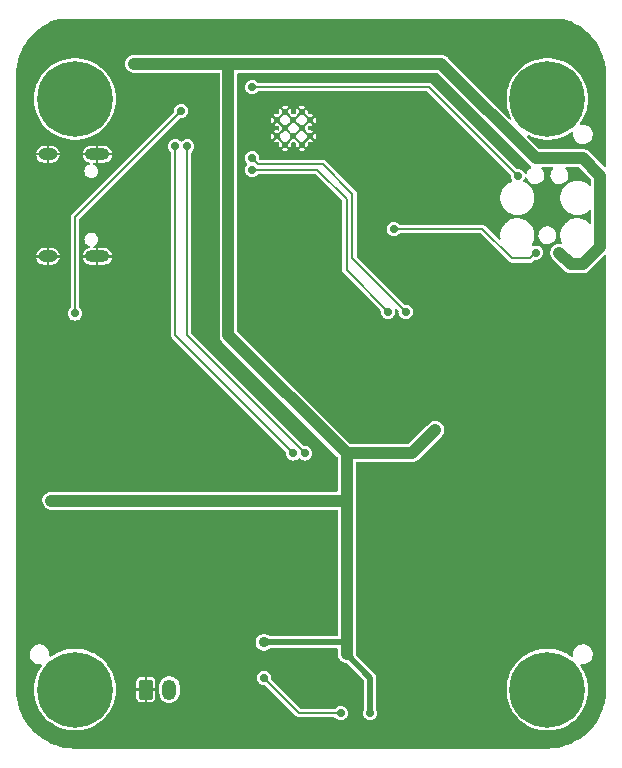
<source format=gbr>
G04 #@! TF.GenerationSoftware,KiCad,Pcbnew,7.0.8*
G04 #@! TF.CreationDate,2024-03-06T12:11:14-08:00*
G04 #@! TF.ProjectId,IotDisplay,496f7444-6973-4706-9c61-792e6b696361,rev?*
G04 #@! TF.SameCoordinates,Original*
G04 #@! TF.FileFunction,Copper,L2,Bot*
G04 #@! TF.FilePolarity,Positive*
%FSLAX46Y46*%
G04 Gerber Fmt 4.6, Leading zero omitted, Abs format (unit mm)*
G04 Created by KiCad (PCBNEW 7.0.8) date 2024-03-06 12:11:14*
%MOMM*%
%LPD*%
G01*
G04 APERTURE LIST*
G04 Aperture macros list*
%AMRoundRect*
0 Rectangle with rounded corners*
0 $1 Rounding radius*
0 $2 $3 $4 $5 $6 $7 $8 $9 X,Y pos of 4 corners*
0 Add a 4 corners polygon primitive as box body*
4,1,4,$2,$3,$4,$5,$6,$7,$8,$9,$2,$3,0*
0 Add four circle primitives for the rounded corners*
1,1,$1+$1,$2,$3*
1,1,$1+$1,$4,$5*
1,1,$1+$1,$6,$7*
1,1,$1+$1,$8,$9*
0 Add four rect primitives between the rounded corners*
20,1,$1+$1,$2,$3,$4,$5,0*
20,1,$1+$1,$4,$5,$6,$7,0*
20,1,$1+$1,$6,$7,$8,$9,0*
20,1,$1+$1,$8,$9,$2,$3,0*%
G04 Aperture macros list end*
G04 #@! TA.AperFunction,HeatsinkPad*
%ADD10C,0.600000*%
G04 #@! TD*
G04 #@! TA.AperFunction,ComponentPad*
%ADD11RoundRect,0.250000X-0.350000X-0.625000X0.350000X-0.625000X0.350000X0.625000X-0.350000X0.625000X0*%
G04 #@! TD*
G04 #@! TA.AperFunction,ComponentPad*
%ADD12O,1.200000X1.750000*%
G04 #@! TD*
G04 #@! TA.AperFunction,ComponentPad*
%ADD13O,1.600000X1.000000*%
G04 #@! TD*
G04 #@! TA.AperFunction,ComponentPad*
%ADD14O,2.100000X1.000000*%
G04 #@! TD*
G04 #@! TA.AperFunction,ComponentPad*
%ADD15C,0.800000*%
G04 #@! TD*
G04 #@! TA.AperFunction,ComponentPad*
%ADD16C,6.400000*%
G04 #@! TD*
G04 #@! TA.AperFunction,ViaPad*
%ADD17C,0.700000*%
G04 #@! TD*
G04 #@! TA.AperFunction,ViaPad*
%ADD18C,0.900000*%
G04 #@! TD*
G04 #@! TA.AperFunction,Conductor*
%ADD19C,0.200000*%
G04 #@! TD*
G04 #@! TA.AperFunction,Conductor*
%ADD20C,0.500000*%
G04 #@! TD*
G04 #@! TA.AperFunction,Conductor*
%ADD21C,1.000000*%
G04 #@! TD*
G04 APERTURE END LIST*
D10*
X97100000Y-101760000D03*
X97100000Y-103160000D03*
X97800000Y-101060000D03*
X97800000Y-102460000D03*
X97800000Y-103860000D03*
X98500000Y-101760000D03*
X98500000Y-103160000D03*
X99200000Y-101060000D03*
X99200000Y-102460000D03*
X99200000Y-103860000D03*
X99900000Y-101760000D03*
X99900000Y-103160000D03*
D11*
X86000000Y-150000000D03*
D12*
X88000000Y-150000000D03*
D13*
X77710000Y-113320000D03*
D14*
X81890000Y-113320000D03*
D13*
X77710000Y-104680000D03*
D14*
X81890000Y-104680000D03*
D15*
X77600000Y-150000000D03*
X78302944Y-148302944D03*
X78302944Y-151697056D03*
X80000000Y-147600000D03*
D16*
X80000000Y-150000000D03*
D15*
X80000000Y-152400000D03*
X81697056Y-148302944D03*
X81697056Y-151697056D03*
X82400000Y-150000000D03*
X77600000Y-100000000D03*
X78302944Y-98302944D03*
X78302944Y-101697056D03*
X80000000Y-97600000D03*
D16*
X80000000Y-100000000D03*
D15*
X80000000Y-102400000D03*
X81697056Y-98302944D03*
X81697056Y-101697056D03*
X82400000Y-100000000D03*
X117600000Y-100000000D03*
X118302944Y-98302944D03*
X118302944Y-101697056D03*
X120000000Y-97600000D03*
D16*
X120000000Y-100000000D03*
D15*
X120000000Y-102400000D03*
X121697056Y-98302944D03*
X121697056Y-101697056D03*
X122400000Y-100000000D03*
X117600000Y-150000000D03*
X118302944Y-148302944D03*
X118302944Y-151697056D03*
X120000000Y-147600000D03*
D16*
X120000000Y-150000000D03*
D15*
X120000000Y-152400000D03*
X121697056Y-148302944D03*
X121697056Y-151697056D03*
X122400000Y-150000000D03*
D17*
X95000000Y-99000000D03*
D18*
X96000000Y-146000000D03*
D17*
X97000000Y-136000000D03*
X97000000Y-132000000D03*
X85000000Y-136000000D03*
X85000000Y-132000000D03*
X98000000Y-123000000D03*
X96000000Y-125000000D03*
X99000000Y-128000000D03*
X101000000Y-126000000D03*
X101000000Y-132000000D03*
X89000000Y-136000000D03*
X77000000Y-127000000D03*
X89000000Y-132000000D03*
X78000000Y-131500000D03*
X98500000Y-130000000D03*
X99500000Y-130000000D03*
X89500000Y-104000000D03*
X88500000Y-104000000D03*
X95000000Y-105000000D03*
X95000000Y-106000000D03*
X116000000Y-153000000D03*
X107500000Y-149000000D03*
D18*
X113000000Y-145000000D03*
D17*
X108000000Y-118000000D03*
X106500000Y-118000000D03*
X89000000Y-101000000D03*
X80000000Y-118150000D03*
X107000000Y-111000000D03*
X85000000Y-103000000D03*
D18*
X85000000Y-99000000D03*
X85000000Y-97000000D03*
X85000000Y-95000000D03*
D17*
X119000000Y-95000000D03*
X120000000Y-136500000D03*
D18*
X112000000Y-141000000D03*
D17*
X113500000Y-139000000D03*
D18*
X110500000Y-128000000D03*
X107500000Y-139500000D03*
X113500000Y-136000000D03*
X105500000Y-128000000D03*
X113500000Y-130000000D03*
D17*
X120000000Y-131500000D03*
X119000000Y-113000000D03*
X78000000Y-134000000D03*
X80000000Y-121850000D03*
X120000000Y-121850000D03*
X122500000Y-106500000D03*
D18*
X92500000Y-94500000D03*
X99000000Y-150000000D03*
X93500000Y-151000000D03*
X85000000Y-109000000D03*
X107000000Y-147000000D03*
X107500000Y-94500000D03*
D17*
X105000000Y-152000000D03*
X121000000Y-113000000D03*
D18*
X103000000Y-147000000D03*
D17*
X117500000Y-106500000D03*
X96000000Y-149000000D03*
X102500000Y-152000000D03*
D19*
X110000000Y-99000000D02*
X117500000Y-106500000D01*
X95000000Y-99000000D02*
X110000000Y-99000000D01*
D20*
X103000000Y-147000000D02*
X105000000Y-149000000D01*
X105000000Y-149000000D02*
X105000000Y-152000000D01*
X96000000Y-146000000D02*
X103000000Y-146000000D01*
D19*
X95500000Y-105500000D02*
X95000000Y-105000000D01*
X103500000Y-113500000D02*
X103500000Y-108000000D01*
X103500000Y-108000000D02*
X101000000Y-105500000D01*
X108000000Y-118000000D02*
X103500000Y-113500000D01*
X101000000Y-105500000D02*
X95500000Y-105500000D01*
X103000000Y-114500000D02*
X106500000Y-118000000D01*
X103000000Y-108500000D02*
X103000000Y-114500000D01*
X100500000Y-106000000D02*
X103000000Y-108500000D01*
X95000000Y-106000000D02*
X100500000Y-106000000D01*
D21*
X122000000Y-114000000D02*
X121000000Y-113000000D01*
X123000000Y-114000000D02*
X122000000Y-114000000D01*
X124481450Y-112518550D02*
X123000000Y-114000000D01*
X124481450Y-106481450D02*
X124481450Y-112518550D01*
X119000000Y-105000000D02*
X123000000Y-105000000D01*
X111000000Y-97000000D02*
X119000000Y-105000000D01*
X123000000Y-105000000D02*
X124481450Y-106481450D01*
X94000000Y-97000000D02*
X111000000Y-97000000D01*
X93000000Y-120000000D02*
X93000000Y-97000000D01*
X93000000Y-97000000D02*
X95000000Y-97000000D01*
X103000000Y-130000000D02*
X93000000Y-120000000D01*
X110250000Y-128250000D02*
X110500000Y-128000000D01*
X108500000Y-130000000D02*
X110250000Y-128250000D01*
X103000000Y-134000000D02*
X103000000Y-130000000D01*
X103000000Y-134000000D02*
X78000000Y-134000000D01*
X103000000Y-147000000D02*
X103000000Y-134000000D01*
D19*
X88500000Y-120000000D02*
X88500000Y-104000000D01*
X98500000Y-130000000D02*
X88500000Y-120000000D01*
X89500000Y-120000000D02*
X99500000Y-130000000D01*
X89500000Y-104000000D02*
X89500000Y-120000000D01*
X80000000Y-110000000D02*
X80000000Y-118150000D01*
X89000000Y-101000000D02*
X80000000Y-110000000D01*
D21*
X94000000Y-97000000D02*
X85000000Y-97000000D01*
X103000000Y-130000000D02*
X108500000Y-130000000D01*
D19*
X99000000Y-152000000D02*
X102500000Y-152000000D01*
X96000000Y-149000000D02*
X99000000Y-152000000D01*
X118500000Y-113500000D02*
X119000000Y-113000000D01*
X114500000Y-111000000D02*
X117000000Y-113500000D01*
X117000000Y-113500000D02*
X118500000Y-113500000D01*
X107000000Y-111000000D02*
X114500000Y-111000000D01*
G04 #@! TA.AperFunction,Conductor*
G36*
X97488872Y-103407452D02*
G01*
X97550578Y-103469157D01*
X97791422Y-103710000D01*
X97780254Y-103710000D01*
X97722355Y-103725514D01*
X97665514Y-103782354D01*
X97647640Y-103849061D01*
X97108579Y-103310000D01*
X97119746Y-103310000D01*
X97177645Y-103294486D01*
X97234486Y-103237646D01*
X97252359Y-103170938D01*
X97488872Y-103407452D01*
G37*
G04 #@! TD.AperFunction*
G04 #@! TA.AperFunction,Conductor*
G36*
X98888872Y-103407452D02*
G01*
X98950578Y-103469157D01*
X99191422Y-103710000D01*
X99180254Y-103710000D01*
X99122355Y-103725514D01*
X99065514Y-103782354D01*
X99047640Y-103849061D01*
X98508579Y-103310000D01*
X98519746Y-103310000D01*
X98577645Y-103294486D01*
X98634486Y-103237646D01*
X98652359Y-103170938D01*
X98888872Y-103407452D01*
G37*
G04 #@! TD.AperFunction*
G04 #@! TA.AperFunction,Conductor*
G36*
X98365514Y-103237645D02*
G01*
X98422355Y-103294486D01*
X98480254Y-103310000D01*
X98491421Y-103310000D01*
X98190801Y-103610617D01*
X98190796Y-103610624D01*
X98188882Y-103612539D01*
X97952359Y-103849060D01*
X97934486Y-103782355D01*
X97877645Y-103725514D01*
X97819746Y-103710000D01*
X97808578Y-103710000D01*
X98094308Y-103424269D01*
X98111127Y-103407451D01*
X98347639Y-103170937D01*
X98365514Y-103237645D01*
G37*
G04 #@! TD.AperFunction*
G04 #@! TA.AperFunction,Conductor*
G36*
X99765514Y-103237645D02*
G01*
X99822355Y-103294486D01*
X99880254Y-103310000D01*
X99891421Y-103310000D01*
X99590801Y-103610617D01*
X99590796Y-103610624D01*
X99588882Y-103612539D01*
X99352359Y-103849060D01*
X99334486Y-103782355D01*
X99277645Y-103725514D01*
X99219746Y-103710000D01*
X99208578Y-103710000D01*
X99494308Y-103424269D01*
X99511127Y-103407451D01*
X99747639Y-103170937D01*
X99765514Y-103237645D01*
G37*
G04 #@! TD.AperFunction*
G04 #@! TA.AperFunction,Conductor*
G36*
X97665514Y-102537645D02*
G01*
X97722355Y-102594486D01*
X97780254Y-102610000D01*
X97791421Y-102610000D01*
X97490801Y-102910617D01*
X97490796Y-102910624D01*
X97488882Y-102912539D01*
X97252359Y-103149061D01*
X97234486Y-103082355D01*
X97177645Y-103025514D01*
X97119746Y-103010000D01*
X97108578Y-103010000D01*
X97382693Y-102735884D01*
X97411128Y-102707451D01*
X97647639Y-102470937D01*
X97665514Y-102537645D01*
G37*
G04 #@! TD.AperFunction*
G04 #@! TA.AperFunction,Conductor*
G36*
X98188872Y-102707452D02*
G01*
X98250578Y-102769157D01*
X98491422Y-103010000D01*
X98480254Y-103010000D01*
X98422355Y-103025514D01*
X98365514Y-103082354D01*
X98347640Y-103149061D01*
X97808579Y-102610000D01*
X97819746Y-102610000D01*
X97877645Y-102594486D01*
X97934486Y-102537646D01*
X97952359Y-102470938D01*
X98188872Y-102707452D01*
G37*
G04 #@! TD.AperFunction*
G04 #@! TA.AperFunction,Conductor*
G36*
X99065514Y-102537645D02*
G01*
X99122355Y-102594486D01*
X99180254Y-102610000D01*
X99191421Y-102610000D01*
X98890801Y-102910617D01*
X98890796Y-102910624D01*
X98888882Y-102912539D01*
X98652359Y-103149061D01*
X98634486Y-103082355D01*
X98577645Y-103025514D01*
X98519746Y-103010000D01*
X98508578Y-103010000D01*
X98782693Y-102735884D01*
X98811128Y-102707451D01*
X99047639Y-102470937D01*
X99065514Y-102537645D01*
G37*
G04 #@! TD.AperFunction*
G04 #@! TA.AperFunction,Conductor*
G36*
X99588872Y-102707452D02*
G01*
X99650578Y-102769157D01*
X99891422Y-103010000D01*
X99880254Y-103010000D01*
X99822355Y-103025514D01*
X99765514Y-103082354D01*
X99747640Y-103149061D01*
X99208579Y-102610000D01*
X99219746Y-102610000D01*
X99277645Y-102594486D01*
X99334486Y-102537646D01*
X99352359Y-102470938D01*
X99588872Y-102707452D01*
G37*
G04 #@! TD.AperFunction*
G04 #@! TA.AperFunction,Conductor*
G36*
X97488872Y-102007452D02*
G01*
X97550578Y-102069157D01*
X97791422Y-102310000D01*
X97780254Y-102310000D01*
X97722355Y-102325514D01*
X97665514Y-102382354D01*
X97647640Y-102449061D01*
X97108579Y-101910000D01*
X97119746Y-101910000D01*
X97177645Y-101894486D01*
X97234486Y-101837646D01*
X97252359Y-101770938D01*
X97488872Y-102007452D01*
G37*
G04 #@! TD.AperFunction*
G04 #@! TA.AperFunction,Conductor*
G36*
X98365514Y-101837645D02*
G01*
X98422355Y-101894486D01*
X98480254Y-101910000D01*
X98491421Y-101910000D01*
X98190801Y-102210617D01*
X98190796Y-102210624D01*
X98188882Y-102212539D01*
X97952359Y-102449061D01*
X97934486Y-102382355D01*
X97877645Y-102325514D01*
X97819746Y-102310000D01*
X97808578Y-102310000D01*
X98082693Y-102035884D01*
X98111128Y-102007451D01*
X98347639Y-101770937D01*
X98365514Y-101837645D01*
G37*
G04 #@! TD.AperFunction*
G04 #@! TA.AperFunction,Conductor*
G36*
X98888872Y-102007452D02*
G01*
X98950578Y-102069157D01*
X99191422Y-102310000D01*
X99180254Y-102310000D01*
X99122355Y-102325514D01*
X99065514Y-102382354D01*
X99047640Y-102449061D01*
X98508579Y-101910000D01*
X98519746Y-101910000D01*
X98577645Y-101894486D01*
X98634486Y-101837646D01*
X98652359Y-101770938D01*
X98888872Y-102007452D01*
G37*
G04 #@! TD.AperFunction*
G04 #@! TA.AperFunction,Conductor*
G36*
X99765514Y-101837645D02*
G01*
X99822355Y-101894486D01*
X99880254Y-101910000D01*
X99891421Y-101910000D01*
X99590801Y-102210617D01*
X99590796Y-102210624D01*
X99588882Y-102212539D01*
X99352359Y-102449061D01*
X99334486Y-102382355D01*
X99277645Y-102325514D01*
X99219746Y-102310000D01*
X99208578Y-102310000D01*
X99482693Y-102035884D01*
X99511128Y-102007451D01*
X99747639Y-101770937D01*
X99765514Y-101837645D01*
G37*
G04 #@! TD.AperFunction*
G04 #@! TA.AperFunction,Conductor*
G36*
X97665514Y-101137645D02*
G01*
X97722355Y-101194486D01*
X97780254Y-101210000D01*
X97791421Y-101210000D01*
X97490801Y-101510617D01*
X97490796Y-101510624D01*
X97488882Y-101512539D01*
X97252359Y-101749061D01*
X97234486Y-101682355D01*
X97177645Y-101625514D01*
X97119746Y-101610000D01*
X97108578Y-101610000D01*
X97382693Y-101335884D01*
X97411128Y-101307451D01*
X97647639Y-101070938D01*
X97665514Y-101137645D01*
G37*
G04 #@! TD.AperFunction*
G04 #@! TA.AperFunction,Conductor*
G36*
X98188872Y-101307452D02*
G01*
X98250578Y-101369157D01*
X98491422Y-101610000D01*
X98480254Y-101610000D01*
X98422355Y-101625514D01*
X98365514Y-101682354D01*
X98347640Y-101749061D01*
X97808579Y-101210000D01*
X97819746Y-101210000D01*
X97877645Y-101194486D01*
X97934486Y-101137646D01*
X97952359Y-101070938D01*
X98188872Y-101307452D01*
G37*
G04 #@! TD.AperFunction*
G04 #@! TA.AperFunction,Conductor*
G36*
X99065514Y-101137645D02*
G01*
X99122355Y-101194486D01*
X99180254Y-101210000D01*
X99191421Y-101210000D01*
X98890801Y-101510617D01*
X98890796Y-101510624D01*
X98888882Y-101512539D01*
X98652359Y-101749061D01*
X98634486Y-101682355D01*
X98577645Y-101625514D01*
X98519746Y-101610000D01*
X98508578Y-101610000D01*
X98782693Y-101335884D01*
X98811128Y-101307451D01*
X99047639Y-101070938D01*
X99065514Y-101137645D01*
G37*
G04 #@! TD.AperFunction*
G04 #@! TA.AperFunction,Conductor*
G36*
X99588872Y-101307452D02*
G01*
X99650578Y-101369157D01*
X99891422Y-101610000D01*
X99880254Y-101610000D01*
X99822355Y-101625514D01*
X99765514Y-101682354D01*
X99747640Y-101749061D01*
X99208579Y-101210000D01*
X99219746Y-101210000D01*
X99277645Y-101194486D01*
X99334486Y-101137646D01*
X99352359Y-101070938D01*
X99588872Y-101307452D01*
G37*
G04 #@! TD.AperFunction*
G04 #@! TA.AperFunction,Conductor*
G36*
X121530306Y-93254115D02*
G01*
X121590236Y-93271957D01*
X121618116Y-93280258D01*
X121621987Y-93281587D01*
X121850923Y-93370917D01*
X122002367Y-93430011D01*
X122006102Y-93431650D01*
X122372901Y-93610967D01*
X122376495Y-93612911D01*
X122727243Y-93821912D01*
X122730661Y-93824146D01*
X123062948Y-94061394D01*
X123066178Y-94063908D01*
X123377727Y-94327777D01*
X123380739Y-94330549D01*
X123669450Y-94619260D01*
X123672222Y-94622272D01*
X123936091Y-94933821D01*
X123938605Y-94937051D01*
X124175853Y-95269338D01*
X124178092Y-95272764D01*
X124387084Y-95623498D01*
X124389032Y-95627098D01*
X124568349Y-95993897D01*
X124569994Y-95997645D01*
X124718412Y-96378012D01*
X124719741Y-96381883D01*
X124836237Y-96773182D01*
X124837242Y-96777150D01*
X124921029Y-97176748D01*
X124921703Y-97180785D01*
X124972205Y-97585944D01*
X124972542Y-97590020D01*
X124985627Y-97906355D01*
X124989500Y-97999999D01*
X124989500Y-105683467D01*
X124970593Y-105741658D01*
X124921093Y-105777622D01*
X124859907Y-105777622D01*
X124820496Y-105753471D01*
X123577470Y-104510446D01*
X123568070Y-104499568D01*
X123552539Y-104478706D01*
X123552537Y-104478704D01*
X123552535Y-104478702D01*
X123511881Y-104444590D01*
X123508695Y-104441671D01*
X123502434Y-104435410D01*
X123476584Y-104414972D01*
X123417425Y-104365331D01*
X123417426Y-104365331D01*
X123416529Y-104364881D01*
X123399569Y-104354076D01*
X123398792Y-104353462D01*
X123398791Y-104353461D01*
X123328808Y-104320827D01*
X123259811Y-104286176D01*
X123259807Y-104286175D01*
X123259802Y-104286173D01*
X123258839Y-104285945D01*
X123239847Y-104279343D01*
X123238944Y-104278922D01*
X123238940Y-104278921D01*
X123163310Y-104263304D01*
X123088188Y-104245500D01*
X123087199Y-104245500D01*
X123067178Y-104243454D01*
X123066206Y-104243253D01*
X122989018Y-104245500D01*
X119353532Y-104245500D01*
X119295341Y-104226593D01*
X119283528Y-104216504D01*
X118296815Y-103229791D01*
X118269038Y-103175274D01*
X118278609Y-103114842D01*
X118321874Y-103071577D01*
X118382306Y-103062006D01*
X118408386Y-103069936D01*
X118719480Y-103213864D01*
X119074466Y-103333473D01*
X119074471Y-103333474D01*
X119074474Y-103333475D01*
X119440298Y-103413998D01*
X119440299Y-103413998D01*
X119440303Y-103413999D01*
X119812702Y-103454500D01*
X120187298Y-103454500D01*
X120559697Y-103413999D01*
X120573050Y-103411060D01*
X120790872Y-103363114D01*
X120925525Y-103333475D01*
X120925526Y-103333475D01*
X120925528Y-103333474D01*
X120925534Y-103333473D01*
X121280520Y-103213864D01*
X121620494Y-103056575D01*
X121941468Y-102863451D01*
X122017069Y-102805980D01*
X122074832Y-102785818D01*
X122133419Y-102803460D01*
X122170447Y-102852169D01*
X122174674Y-102900810D01*
X122165901Y-102954326D01*
X122165828Y-102954773D01*
X122172745Y-103082355D01*
X122175608Y-103135149D01*
X122175609Y-103135157D01*
X122223935Y-103309208D01*
X122223938Y-103309217D01*
X122308547Y-103468808D01*
X122308550Y-103468812D01*
X122308551Y-103468814D01*
X122425498Y-103606494D01*
X122425499Y-103606495D01*
X122425501Y-103606497D01*
X122499875Y-103663034D01*
X122569308Y-103715816D01*
X122733256Y-103791667D01*
X122909678Y-103830500D01*
X122909682Y-103830500D01*
X123045028Y-103830500D01*
X123179586Y-103815866D01*
X123350774Y-103758186D01*
X123505561Y-103665054D01*
X123636708Y-103540825D01*
X123738083Y-103391307D01*
X123804947Y-103223492D01*
X123834172Y-103045227D01*
X123824392Y-102864848D01*
X123776064Y-102690788D01*
X123761392Y-102663114D01*
X123691452Y-102531191D01*
X123691450Y-102531189D01*
X123691449Y-102531186D01*
X123574502Y-102393506D01*
X123574500Y-102393504D01*
X123574498Y-102393502D01*
X123430693Y-102284185D01*
X123430692Y-102284184D01*
X123357448Y-102250297D01*
X123266747Y-102208334D01*
X123266745Y-102208333D01*
X123231459Y-102200566D01*
X123090322Y-102169500D01*
X122954972Y-102169500D01*
X122954971Y-102169500D01*
X122895360Y-102175983D01*
X122835466Y-102163478D01*
X122794361Y-102118156D01*
X122787746Y-102057329D01*
X122802713Y-102022009D01*
X122964361Y-101783597D01*
X123139824Y-101452637D01*
X123278476Y-101104647D01*
X123290873Y-101059999D01*
X123330386Y-100917685D01*
X123378691Y-100743706D01*
X123439294Y-100374046D01*
X123459574Y-100000000D01*
X123439294Y-99625954D01*
X123378691Y-99256294D01*
X123278476Y-98895353D01*
X123139824Y-98547363D01*
X122964361Y-98216403D01*
X122754143Y-97906355D01*
X122734140Y-97882805D01*
X122511639Y-97620857D01*
X122511629Y-97620847D01*
X122239684Y-97363246D01*
X121941472Y-97136552D01*
X121941471Y-97136551D01*
X121941468Y-97136549D01*
X121620494Y-96943425D01*
X121457654Y-96868087D01*
X121280525Y-96786138D01*
X121280522Y-96786137D01*
X121280520Y-96786136D01*
X120925534Y-96666527D01*
X120925533Y-96666526D01*
X120925525Y-96666524D01*
X120559701Y-96586001D01*
X120559702Y-96586001D01*
X120187298Y-96545500D01*
X119812702Y-96545500D01*
X119440297Y-96586001D01*
X119074475Y-96666524D01*
X119074473Y-96666524D01*
X118719474Y-96786138D01*
X118379514Y-96943421D01*
X118379508Y-96943424D01*
X118379506Y-96943425D01*
X118058532Y-97136549D01*
X118058527Y-97136552D01*
X117760315Y-97363246D01*
X117488370Y-97620847D01*
X117488360Y-97620857D01*
X117245862Y-97906348D01*
X117245855Y-97906358D01*
X117035636Y-98216407D01*
X116860178Y-98547358D01*
X116860176Y-98547362D01*
X116860176Y-98547363D01*
X116742705Y-98842194D01*
X116721521Y-98895361D01*
X116721519Y-98895366D01*
X116621310Y-99256287D01*
X116560705Y-99625955D01*
X116540426Y-100000000D01*
X116560705Y-100374044D01*
X116621310Y-100743712D01*
X116721519Y-101104633D01*
X116721521Y-101104638D01*
X116721522Y-101104642D01*
X116721524Y-101104647D01*
X116851609Y-101431135D01*
X116860178Y-101452641D01*
X116935402Y-101594530D01*
X116945954Y-101654799D01*
X116919065Y-101709759D01*
X116865007Y-101738419D01*
X116804428Y-101729830D01*
X116777930Y-101710906D01*
X111577470Y-96510446D01*
X111568070Y-96499568D01*
X111552539Y-96478706D01*
X111552537Y-96478704D01*
X111552535Y-96478702D01*
X111511881Y-96444590D01*
X111508695Y-96441671D01*
X111502434Y-96435410D01*
X111476584Y-96414972D01*
X111417425Y-96365331D01*
X111417426Y-96365331D01*
X111416529Y-96364881D01*
X111399569Y-96354076D01*
X111398792Y-96353462D01*
X111398791Y-96353461D01*
X111328808Y-96320827D01*
X111259811Y-96286176D01*
X111259807Y-96286175D01*
X111259802Y-96286173D01*
X111258839Y-96285945D01*
X111239847Y-96279343D01*
X111238944Y-96278922D01*
X111238940Y-96278921D01*
X111163310Y-96263304D01*
X111088188Y-96245500D01*
X111087199Y-96245500D01*
X111067178Y-96243454D01*
X111066206Y-96243253D01*
X110989018Y-96245500D01*
X93023379Y-96245500D01*
X93020508Y-96245416D01*
X93007407Y-96244653D01*
X92955833Y-96241648D01*
X92942521Y-96243996D01*
X92925330Y-96245500D01*
X84956059Y-96245500D01*
X84877313Y-96254704D01*
X84824814Y-96260840D01*
X84659073Y-96321165D01*
X84511720Y-96418080D01*
X84511714Y-96418085D01*
X84390679Y-96546375D01*
X84390678Y-96546375D01*
X84302490Y-96699123D01*
X84251905Y-96868087D01*
X84251904Y-96868095D01*
X84241648Y-97044165D01*
X84272275Y-97217862D01*
X84342135Y-97379816D01*
X84342136Y-97379818D01*
X84447460Y-97521293D01*
X84447462Y-97521295D01*
X84582570Y-97634665D01*
X84582571Y-97634665D01*
X84582573Y-97634667D01*
X84740189Y-97713824D01*
X84740191Y-97713824D01*
X84740195Y-97713826D01*
X84911810Y-97754500D01*
X84911812Y-97754500D01*
X92146500Y-97754500D01*
X92204691Y-97773407D01*
X92240655Y-97822907D01*
X92245500Y-97853500D01*
X92245500Y-119937821D01*
X92244454Y-119952168D01*
X92242835Y-119963232D01*
X92240685Y-119977908D01*
X92240685Y-119977909D01*
X92241828Y-119990976D01*
X92245312Y-120030802D01*
X92245500Y-120035101D01*
X92245500Y-120043940D01*
X92249325Y-120076675D01*
X92256055Y-120153604D01*
X92256057Y-120153614D01*
X92256372Y-120154563D01*
X92260723Y-120174190D01*
X92260838Y-120175178D01*
X92260839Y-120175183D01*
X92287247Y-120247739D01*
X92311536Y-120321036D01*
X92312053Y-120321874D01*
X92320825Y-120339993D01*
X92321164Y-120340924D01*
X92363599Y-120405444D01*
X92404130Y-120471154D01*
X92404836Y-120471860D01*
X92417535Y-120487449D01*
X92418085Y-120488285D01*
X92474247Y-120541271D01*
X102216505Y-130283529D01*
X102244281Y-130338044D01*
X102245500Y-130353531D01*
X102245500Y-133146500D01*
X102226593Y-133204691D01*
X102177093Y-133240655D01*
X102146500Y-133245500D01*
X77956059Y-133245500D01*
X77877313Y-133254704D01*
X77824814Y-133260840D01*
X77659073Y-133321165D01*
X77511720Y-133418080D01*
X77511714Y-133418085D01*
X77390679Y-133546375D01*
X77390678Y-133546375D01*
X77302490Y-133699123D01*
X77251905Y-133868087D01*
X77251904Y-133868095D01*
X77241648Y-134044165D01*
X77272275Y-134217862D01*
X77342135Y-134379816D01*
X77342136Y-134379818D01*
X77447460Y-134521293D01*
X77447462Y-134521295D01*
X77582570Y-134634665D01*
X77582571Y-134634665D01*
X77582573Y-134634667D01*
X77740189Y-134713824D01*
X77740191Y-134713824D01*
X77740195Y-134713826D01*
X77911810Y-134754500D01*
X77911812Y-134754500D01*
X102146500Y-134754500D01*
X102204691Y-134773407D01*
X102240655Y-134822907D01*
X102245500Y-134853500D01*
X102245500Y-145396500D01*
X102226593Y-145454691D01*
X102177093Y-145490655D01*
X102146500Y-145495500D01*
X96530481Y-145495500D01*
X96472290Y-145476593D01*
X96464832Y-145470603D01*
X96403142Y-145415951D01*
X96403141Y-145415950D01*
X96251654Y-145336443D01*
X96251653Y-145336442D01*
X96251652Y-145336442D01*
X96085544Y-145295500D01*
X96085542Y-145295500D01*
X95914458Y-145295500D01*
X95914455Y-145295500D01*
X95748347Y-145336442D01*
X95596857Y-145415951D01*
X95468799Y-145529400D01*
X95371615Y-145670197D01*
X95310948Y-145830164D01*
X95310947Y-145830166D01*
X95290326Y-145999998D01*
X95290326Y-146000001D01*
X95310947Y-146169833D01*
X95310947Y-146169834D01*
X95310948Y-146169836D01*
X95354315Y-146284185D01*
X95371615Y-146329802D01*
X95468799Y-146470599D01*
X95468800Y-146470600D01*
X95468801Y-146470601D01*
X95596859Y-146584050D01*
X95748346Y-146663557D01*
X95914458Y-146704500D01*
X95914461Y-146704500D01*
X96085539Y-146704500D01*
X96085542Y-146704500D01*
X96251654Y-146663557D01*
X96403141Y-146584050D01*
X96464832Y-146529397D01*
X96520926Y-146504962D01*
X96530481Y-146504500D01*
X102146500Y-146504500D01*
X102204691Y-146523407D01*
X102240655Y-146572907D01*
X102245500Y-146603500D01*
X102245500Y-147043941D01*
X102248549Y-147070025D01*
X102260840Y-147175185D01*
X102295360Y-147270029D01*
X102309620Y-147309208D01*
X102321165Y-147340926D01*
X102418080Y-147488279D01*
X102418085Y-147488285D01*
X102543379Y-147606494D01*
X102546375Y-147609320D01*
X102546375Y-147609321D01*
X102546377Y-147609322D01*
X102699124Y-147697510D01*
X102830929Y-147736969D01*
X102868087Y-147748094D01*
X102868088Y-147748094D01*
X102868091Y-147748095D01*
X103007316Y-147756204D01*
X103064306Y-147778462D01*
X103071561Y-147785032D01*
X104466504Y-149179975D01*
X104494281Y-149234492D01*
X104495500Y-149249979D01*
X104495500Y-151630871D01*
X104476593Y-151689062D01*
X104475044Y-151691135D01*
X104471972Y-151695137D01*
X104471968Y-151695145D01*
X104411060Y-151842193D01*
X104411059Y-151842194D01*
X104390284Y-151999999D01*
X104390284Y-152000000D01*
X104411059Y-152157805D01*
X104411060Y-152157806D01*
X104463433Y-152284249D01*
X104471970Y-152304858D01*
X104568866Y-152431134D01*
X104695142Y-152528030D01*
X104842194Y-152588940D01*
X105000000Y-152609716D01*
X105157806Y-152588940D01*
X105304858Y-152528030D01*
X105431134Y-152431134D01*
X105528030Y-152304858D01*
X105588940Y-152157806D01*
X105609716Y-152000000D01*
X105588940Y-151842194D01*
X105528030Y-151695142D01*
X105528028Y-151695140D01*
X105528027Y-151695137D01*
X105524956Y-151691135D01*
X105504534Y-151633459D01*
X105504500Y-151630871D01*
X105504500Y-150000000D01*
X116540426Y-150000000D01*
X116560705Y-150374044D01*
X116621310Y-150743712D01*
X116721519Y-151104633D01*
X116721521Y-151104638D01*
X116721522Y-151104642D01*
X116721524Y-151104647D01*
X116860176Y-151452637D01*
X116860178Y-151452641D01*
X116988740Y-151695137D01*
X117035639Y-151783597D01*
X117245857Y-152093645D01*
X117245861Y-152093650D01*
X117245862Y-152093651D01*
X117488360Y-152379142D01*
X117488370Y-152379152D01*
X117760315Y-152636753D01*
X117760319Y-152636756D01*
X118058532Y-152863451D01*
X118379506Y-153056575D01*
X118719480Y-153213864D01*
X119074466Y-153333473D01*
X119074471Y-153333474D01*
X119074474Y-153333475D01*
X119440298Y-153413998D01*
X119440299Y-153413998D01*
X119440303Y-153413999D01*
X119812702Y-153454500D01*
X120187298Y-153454500D01*
X120559697Y-153413999D01*
X120925525Y-153333475D01*
X120925526Y-153333475D01*
X120925528Y-153333474D01*
X120925534Y-153333473D01*
X121280520Y-153213864D01*
X121620494Y-153056575D01*
X121941468Y-152863451D01*
X122239681Y-152636756D01*
X122511635Y-152379147D01*
X122754143Y-152093645D01*
X122964361Y-151783597D01*
X123139824Y-151452637D01*
X123278476Y-151104647D01*
X123378691Y-150743706D01*
X123439294Y-150374046D01*
X123459574Y-150000000D01*
X123439294Y-149625954D01*
X123378691Y-149256294D01*
X123344707Y-149133895D01*
X123278480Y-148895366D01*
X123278478Y-148895361D01*
X123278476Y-148895353D01*
X123139824Y-148547363D01*
X122964361Y-148216403D01*
X122805842Y-147982605D01*
X122788836Y-147923833D01*
X122809624Y-147866288D01*
X122860267Y-147831951D01*
X122904279Y-147830521D01*
X122904345Y-147829920D01*
X122908589Y-147830381D01*
X122909069Y-147830366D01*
X122909678Y-147830500D01*
X122909682Y-147830500D01*
X123045028Y-147830500D01*
X123179586Y-147815866D01*
X123350774Y-147758186D01*
X123505561Y-147665054D01*
X123636708Y-147540825D01*
X123738083Y-147391307D01*
X123804947Y-147223492D01*
X123834172Y-147045227D01*
X123824392Y-146864848D01*
X123776064Y-146690788D01*
X123761627Y-146663557D01*
X123691452Y-146531191D01*
X123691450Y-146531189D01*
X123691449Y-146531186D01*
X123574502Y-146393506D01*
X123574500Y-146393504D01*
X123574498Y-146393502D01*
X123430693Y-146284185D01*
X123430692Y-146284184D01*
X123339116Y-146241816D01*
X123266747Y-146208334D01*
X123266745Y-146208333D01*
X123231459Y-146200566D01*
X123090322Y-146169500D01*
X122954972Y-146169500D01*
X122820411Y-146184134D01*
X122649228Y-146241813D01*
X122649222Y-146241816D01*
X122494442Y-146334943D01*
X122363291Y-146459175D01*
X122261918Y-146608689D01*
X122195053Y-146776509D01*
X122165828Y-146954772D01*
X122174167Y-147108578D01*
X122158437Y-147167707D01*
X122110957Y-147206297D01*
X122049861Y-147209610D01*
X122015401Y-147192751D01*
X121941468Y-147136549D01*
X121941467Y-147136548D01*
X121941464Y-147136546D01*
X121789690Y-147045227D01*
X121620494Y-146943425D01*
X121450640Y-146864842D01*
X121280525Y-146786138D01*
X121280522Y-146786137D01*
X121280520Y-146786136D01*
X120925534Y-146666527D01*
X120925533Y-146666526D01*
X120925525Y-146666524D01*
X120559701Y-146586001D01*
X120559702Y-146586001D01*
X120187298Y-146545500D01*
X119812702Y-146545500D01*
X119440297Y-146586001D01*
X119074475Y-146666524D01*
X119074473Y-146666524D01*
X118719474Y-146786138D01*
X118379514Y-146943421D01*
X118379508Y-146943424D01*
X118379506Y-146943425D01*
X118210310Y-147045227D01*
X118058532Y-147136549D01*
X118058527Y-147136552D01*
X117760315Y-147363246D01*
X117488370Y-147620847D01*
X117488360Y-147620857D01*
X117245862Y-147906348D01*
X117245855Y-147906358D01*
X117035636Y-148216407D01*
X116860178Y-148547358D01*
X116860176Y-148547362D01*
X116860176Y-148547363D01*
X116721524Y-148895353D01*
X116721522Y-148895358D01*
X116721519Y-148895366D01*
X116621310Y-149256287D01*
X116560705Y-149625955D01*
X116540426Y-150000000D01*
X105504500Y-150000000D01*
X105504500Y-149064880D01*
X105506764Y-149043831D01*
X105508389Y-149036362D01*
X105508389Y-149036360D01*
X105504626Y-148983743D01*
X105504500Y-148980211D01*
X105504500Y-148963916D01*
X105504130Y-148961345D01*
X105502178Y-148947772D01*
X105501803Y-148944277D01*
X105500532Y-148926509D01*
X105498040Y-148891658D01*
X105495364Y-148884486D01*
X105490130Y-148863976D01*
X105489042Y-148856404D01*
X105479528Y-148835571D01*
X105467128Y-148808417D01*
X105465775Y-148805152D01*
X105447344Y-148755734D01*
X105442755Y-148749604D01*
X105431956Y-148731404D01*
X105428777Y-148724442D01*
X105394209Y-148684549D01*
X105392024Y-148681835D01*
X105382250Y-148668779D01*
X105382247Y-148668776D01*
X105370716Y-148657244D01*
X105368317Y-148654668D01*
X105333775Y-148614804D01*
X105327335Y-148610665D01*
X105310858Y-148597387D01*
X103783496Y-147070025D01*
X103755719Y-147015508D01*
X103754500Y-147000021D01*
X103754500Y-134023379D01*
X103754584Y-134020499D01*
X103758351Y-133955833D01*
X103758351Y-133955831D01*
X103756004Y-133942519D01*
X103754500Y-133925329D01*
X103754500Y-130853500D01*
X103773407Y-130795309D01*
X103822907Y-130759345D01*
X103853500Y-130754500D01*
X108437821Y-130754500D01*
X108452168Y-130755545D01*
X108454780Y-130755927D01*
X108477906Y-130759315D01*
X108530803Y-130754687D01*
X108535102Y-130754500D01*
X108543938Y-130754500D01*
X108543941Y-130754500D01*
X108568490Y-130751630D01*
X108576675Y-130750674D01*
X108653605Y-130743944D01*
X108653606Y-130743944D01*
X108653607Y-130743943D01*
X108653612Y-130743943D01*
X108654548Y-130743632D01*
X108674209Y-130739274D01*
X108674324Y-130739260D01*
X108675184Y-130739160D01*
X108747739Y-130712752D01*
X108821036Y-130688464D01*
X108821860Y-130687955D01*
X108840001Y-130679171D01*
X108840924Y-130678836D01*
X108905444Y-130636400D01*
X108971154Y-130595870D01*
X108971843Y-130595179D01*
X108987471Y-130582450D01*
X108988285Y-130581915D01*
X109041271Y-130525752D01*
X110814583Y-128752441D01*
X111064583Y-128502441D01*
X111146539Y-128398792D01*
X111221079Y-128238940D01*
X111256745Y-128066207D01*
X111251615Y-127889904D01*
X111205965Y-127719538D01*
X111122257Y-127564291D01*
X111005003Y-127432533D01*
X110860523Y-127331368D01*
X110860524Y-127331368D01*
X110696611Y-127266249D01*
X110696610Y-127266248D01*
X110696608Y-127266248D01*
X110522093Y-127240686D01*
X110522090Y-127240686D01*
X110522089Y-127240686D01*
X110522087Y-127240685D01*
X110346389Y-127256056D01*
X110178963Y-127311536D01*
X110028845Y-127404130D01*
X109778847Y-127654127D01*
X109778846Y-127654129D01*
X108216472Y-129216504D01*
X108161955Y-129244281D01*
X108146468Y-129245500D01*
X103353532Y-129245500D01*
X103295341Y-129226593D01*
X103283528Y-129216504D01*
X93783496Y-119716472D01*
X93755719Y-119661955D01*
X93754500Y-119646468D01*
X93754500Y-106000000D01*
X94390284Y-106000000D01*
X94411059Y-106157805D01*
X94411060Y-106157806D01*
X94462714Y-106282513D01*
X94471970Y-106304858D01*
X94568866Y-106431134D01*
X94695142Y-106528030D01*
X94842194Y-106588940D01*
X95000000Y-106609716D01*
X95157806Y-106588940D01*
X95304858Y-106528030D01*
X95431134Y-106431134D01*
X95460218Y-106393231D01*
X95510642Y-106358577D01*
X95538759Y-106354500D01*
X100312153Y-106354500D01*
X100370344Y-106373407D01*
X100382157Y-106383496D01*
X102616504Y-108617843D01*
X102644281Y-108672360D01*
X102645500Y-108687847D01*
X102645500Y-114452965D01*
X102643393Y-114473279D01*
X102640905Y-114485147D01*
X102642810Y-114500434D01*
X102645120Y-114518960D01*
X102645500Y-114525088D01*
X102645500Y-114529380D01*
X102649128Y-114551122D01*
X102655539Y-114602551D01*
X102655539Y-114602552D01*
X102655540Y-114602555D01*
X102657655Y-114609661D01*
X102660070Y-114616697D01*
X102660071Y-114616698D01*
X102684739Y-114662281D01*
X102707501Y-114708840D01*
X102707502Y-114708842D01*
X102711818Y-114714887D01*
X102716382Y-114720750D01*
X102754509Y-114755848D01*
X105868370Y-117869709D01*
X105896147Y-117924226D01*
X105896519Y-117952634D01*
X105890284Y-117999997D01*
X105890284Y-118000000D01*
X105911059Y-118157805D01*
X105911060Y-118157806D01*
X105971970Y-118304858D01*
X106068866Y-118431134D01*
X106195142Y-118528030D01*
X106342194Y-118588940D01*
X106500000Y-118609716D01*
X106657806Y-118588940D01*
X106804858Y-118528030D01*
X106931134Y-118431134D01*
X107028030Y-118304858D01*
X107088940Y-118157806D01*
X107109716Y-118000000D01*
X107088940Y-117842194D01*
X107088938Y-117842190D01*
X107088813Y-117841236D01*
X107099963Y-117781075D01*
X107144345Y-117738957D01*
X107205007Y-117730971D01*
X107256970Y-117758309D01*
X107368370Y-117869709D01*
X107396147Y-117924226D01*
X107396519Y-117952634D01*
X107390284Y-117999997D01*
X107390284Y-118000000D01*
X107411059Y-118157805D01*
X107411060Y-118157806D01*
X107471970Y-118304858D01*
X107568866Y-118431134D01*
X107695142Y-118528030D01*
X107842194Y-118588940D01*
X108000000Y-118609716D01*
X108157806Y-118588940D01*
X108304858Y-118528030D01*
X108431134Y-118431134D01*
X108528030Y-118304858D01*
X108588940Y-118157806D01*
X108609716Y-118000000D01*
X108592562Y-117869709D01*
X108588940Y-117842194D01*
X108528030Y-117695142D01*
X108431134Y-117568866D01*
X108304858Y-117471970D01*
X108304854Y-117471968D01*
X108157806Y-117411060D01*
X108157805Y-117411059D01*
X108000000Y-117390284D01*
X107999998Y-117390284D01*
X107952634Y-117396519D01*
X107892473Y-117385368D01*
X107869709Y-117368370D01*
X103883496Y-113382157D01*
X103855719Y-113327640D01*
X103854500Y-113312153D01*
X103854500Y-111000000D01*
X106390284Y-111000000D01*
X106411059Y-111157805D01*
X106411060Y-111157806D01*
X106445516Y-111240993D01*
X106471970Y-111304858D01*
X106568866Y-111431134D01*
X106695142Y-111528030D01*
X106842194Y-111588940D01*
X107000000Y-111609716D01*
X107157806Y-111588940D01*
X107304858Y-111528030D01*
X107431134Y-111431134D01*
X107460218Y-111393231D01*
X107510642Y-111358577D01*
X107538759Y-111354500D01*
X114312153Y-111354500D01*
X114370344Y-111373407D01*
X114382157Y-111383496D01*
X116716073Y-113717412D01*
X116728946Y-113733265D01*
X116735576Y-113743412D01*
X116735579Y-113743416D01*
X116760611Y-113762899D01*
X116762462Y-113764340D01*
X116767059Y-113768399D01*
X116770102Y-113771441D01*
X116770103Y-113771442D01*
X116788050Y-113784256D01*
X116828944Y-113816085D01*
X116828946Y-113816085D01*
X116835481Y-113819622D01*
X116842147Y-113822880D01*
X116842152Y-113822884D01*
X116891831Y-113837674D01*
X116898400Y-113839929D01*
X116940841Y-113854500D01*
X116948167Y-113855722D01*
X116955536Y-113856639D01*
X116955544Y-113856642D01*
X117005091Y-113854592D01*
X117007326Y-113854500D01*
X118452966Y-113854500D01*
X118473280Y-113856606D01*
X118485147Y-113859095D01*
X118518964Y-113854879D01*
X118525088Y-113854500D01*
X118529377Y-113854500D01*
X118551122Y-113850871D01*
X118602551Y-113844461D01*
X118602552Y-113844460D01*
X118602554Y-113844460D01*
X118609675Y-113842340D01*
X118616696Y-113839929D01*
X118616698Y-113839929D01*
X118662281Y-113815260D01*
X118708840Y-113792499D01*
X118708845Y-113792493D01*
X118714875Y-113788188D01*
X118720740Y-113783623D01*
X118720749Y-113783619D01*
X118755848Y-113745490D01*
X118869710Y-113631627D01*
X118924225Y-113603851D01*
X118952628Y-113603479D01*
X119000000Y-113609716D01*
X119157806Y-113588940D01*
X119304858Y-113528030D01*
X119431134Y-113431134D01*
X119528030Y-113304858D01*
X119588940Y-113157806D01*
X119609716Y-113000000D01*
X119597668Y-112908492D01*
X119588940Y-112842194D01*
X119528030Y-112695142D01*
X119431134Y-112568866D01*
X119304858Y-112471970D01*
X119304854Y-112471968D01*
X119157806Y-112411060D01*
X119157805Y-112411059D01*
X119000000Y-112390284D01*
X118842196Y-112411059D01*
X118842194Y-112411060D01*
X118824045Y-112418577D01*
X118763050Y-112423376D01*
X118710882Y-112391406D01*
X118687468Y-112334878D01*
X118699094Y-112279994D01*
X118785025Y-112121210D01*
X118862617Y-111895191D01*
X118901950Y-111659483D01*
X118901950Y-111583890D01*
X119246372Y-111583890D01*
X119276808Y-111756503D01*
X119276809Y-111756506D01*
X119276810Y-111756509D01*
X119334392Y-111889999D01*
X119346234Y-111917452D01*
X119450902Y-112058046D01*
X119450904Y-112058048D01*
X119585170Y-112170711D01*
X119585171Y-112170711D01*
X119585173Y-112170713D01*
X119741808Y-112249378D01*
X119741813Y-112249379D01*
X119741817Y-112249381D01*
X119912360Y-112289800D01*
X119912361Y-112289800D01*
X120043662Y-112289800D01*
X120043667Y-112289800D01*
X120174093Y-112274555D01*
X120338800Y-112214607D01*
X120485243Y-112118290D01*
X120605526Y-111990797D01*
X120663722Y-111889999D01*
X120693163Y-111839006D01*
X120693163Y-111839004D01*
X120693165Y-111839002D01*
X120743435Y-111671088D01*
X120749805Y-111561724D01*
X120753627Y-111496109D01*
X120753627Y-111496106D01*
X120723191Y-111323496D01*
X120723190Y-111323495D01*
X120723190Y-111323491D01*
X120653766Y-111162548D01*
X120549097Y-111021953D01*
X120549095Y-111021951D01*
X120414829Y-110909288D01*
X120414143Y-110908943D01*
X120258192Y-110830622D01*
X120258188Y-110830621D01*
X120258182Y-110830618D01*
X120087640Y-110790200D01*
X120087639Y-110790200D01*
X119956333Y-110790200D01*
X119825907Y-110805445D01*
X119825904Y-110805445D01*
X119825904Y-110805446D01*
X119661197Y-110865394D01*
X119514762Y-110961705D01*
X119514757Y-110961710D01*
X119394477Y-111089199D01*
X119394470Y-111089207D01*
X119306836Y-111240993D01*
X119256565Y-111408908D01*
X119256564Y-111408916D01*
X119246372Y-111583890D01*
X118901950Y-111583890D01*
X118901950Y-111420517D01*
X118900013Y-111408912D01*
X118871993Y-111240998D01*
X118862617Y-111184809D01*
X118785025Y-110958790D01*
X118671289Y-110748625D01*
X118658032Y-110731593D01*
X118619026Y-110681478D01*
X118524513Y-110560047D01*
X118348699Y-110398199D01*
X118348696Y-110398197D01*
X118348694Y-110398195D01*
X118148648Y-110267498D01*
X118148639Y-110267493D01*
X118030216Y-110215549D01*
X117929805Y-110171505D01*
X117764544Y-110129655D01*
X117698149Y-110112841D01*
X117519642Y-110098050D01*
X117519640Y-110098050D01*
X117400360Y-110098050D01*
X117400358Y-110098050D01*
X117221850Y-110112841D01*
X117106022Y-110142173D01*
X116990195Y-110171505D01*
X116954164Y-110187309D01*
X116771360Y-110267493D01*
X116771351Y-110267498D01*
X116571305Y-110398195D01*
X116491166Y-110471968D01*
X116439101Y-110519898D01*
X116395484Y-110560050D01*
X116248713Y-110748621D01*
X116248711Y-110748624D01*
X116134976Y-110958786D01*
X116057382Y-111184812D01*
X116018050Y-111420516D01*
X116018050Y-111659483D01*
X116038735Y-111783443D01*
X116029663Y-111843952D01*
X115986758Y-111887573D01*
X115926407Y-111897644D01*
X115871662Y-111870318D01*
X115871081Y-111869742D01*
X114783926Y-110782587D01*
X114771051Y-110766732D01*
X114764420Y-110756583D01*
X114737534Y-110735657D01*
X114732939Y-110731600D01*
X114729897Y-110728558D01*
X114729893Y-110728555D01*
X114711948Y-110715742D01*
X114671054Y-110683913D01*
X114664535Y-110680386D01*
X114657850Y-110677117D01*
X114657848Y-110677116D01*
X114608168Y-110662325D01*
X114591342Y-110656548D01*
X114559155Y-110645499D01*
X114551828Y-110644277D01*
X114544458Y-110643358D01*
X114544456Y-110643358D01*
X114544453Y-110643358D01*
X114492674Y-110645500D01*
X107538759Y-110645500D01*
X107480568Y-110626593D01*
X107460219Y-110606770D01*
X107431134Y-110568866D01*
X107304858Y-110471970D01*
X107304854Y-110471968D01*
X107157806Y-110411060D01*
X107157805Y-110411059D01*
X107000000Y-110390284D01*
X106842194Y-110411059D01*
X106842193Y-110411060D01*
X106695145Y-110471968D01*
X106695141Y-110471970D01*
X106568868Y-110568864D01*
X106568864Y-110568868D01*
X106471970Y-110695141D01*
X106471968Y-110695145D01*
X106411060Y-110842193D01*
X106411059Y-110842194D01*
X106390284Y-110999999D01*
X106390284Y-111000000D01*
X103854500Y-111000000D01*
X103854500Y-108047034D01*
X103856607Y-108026718D01*
X103859095Y-108014853D01*
X103854879Y-107981034D01*
X103854500Y-107974911D01*
X103854500Y-107970623D01*
X103850871Y-107948878D01*
X103850871Y-107948877D01*
X103844461Y-107897449D01*
X103844459Y-107897446D01*
X103842347Y-107890349D01*
X103839930Y-107883309D01*
X103839929Y-107883302D01*
X103815260Y-107837718D01*
X103792499Y-107791160D01*
X103792498Y-107791159D01*
X103788185Y-107785119D01*
X103783618Y-107779250D01*
X103745490Y-107744151D01*
X101283926Y-105282587D01*
X101271051Y-105266732D01*
X101264420Y-105256583D01*
X101237534Y-105235657D01*
X101232939Y-105231600D01*
X101229897Y-105228558D01*
X101211949Y-105215743D01*
X101211948Y-105215742D01*
X101171054Y-105183913D01*
X101164535Y-105180386D01*
X101157850Y-105177117D01*
X101157848Y-105177116D01*
X101108168Y-105162325D01*
X101091342Y-105156548D01*
X101059155Y-105145499D01*
X101051828Y-105144277D01*
X101044458Y-105143358D01*
X101044456Y-105143358D01*
X101044453Y-105143358D01*
X100992674Y-105145500D01*
X95703448Y-105145500D01*
X95645257Y-105126593D01*
X95609293Y-105077093D01*
X95605295Y-105033577D01*
X95609716Y-104999999D01*
X95588940Y-104842194D01*
X95528030Y-104695142D01*
X95431134Y-104568866D01*
X95304858Y-104471970D01*
X95304854Y-104471968D01*
X95157806Y-104411060D01*
X95157805Y-104411059D01*
X95000000Y-104390284D01*
X94842194Y-104411059D01*
X94842193Y-104411060D01*
X94695145Y-104471968D01*
X94695141Y-104471970D01*
X94568868Y-104568864D01*
X94568864Y-104568868D01*
X94471970Y-104695141D01*
X94471968Y-104695145D01*
X94411060Y-104842193D01*
X94411059Y-104842194D01*
X94390284Y-104999999D01*
X94390284Y-105000000D01*
X94411059Y-105157805D01*
X94411060Y-105157806D01*
X94451974Y-105256584D01*
X94471970Y-105304858D01*
X94568866Y-105431134D01*
X94568867Y-105431134D01*
X94572816Y-105436281D01*
X94571461Y-105437320D01*
X94595506Y-105484513D01*
X94585935Y-105544945D01*
X94572481Y-105563462D01*
X94572816Y-105563719D01*
X94471970Y-105695141D01*
X94471968Y-105695145D01*
X94411060Y-105842193D01*
X94411059Y-105842194D01*
X94390284Y-105999999D01*
X94390284Y-106000000D01*
X93754500Y-106000000D01*
X93754500Y-103160002D01*
X96594858Y-103160002D01*
X96615319Y-103302314D01*
X96675048Y-103433100D01*
X96679889Y-103438688D01*
X96679890Y-103438688D01*
X96947639Y-103170938D01*
X96965514Y-103237645D01*
X97022355Y-103294486D01*
X97080254Y-103310000D01*
X97091421Y-103310000D01*
X96824269Y-103577149D01*
X96890155Y-103619492D01*
X97028109Y-103659999D01*
X97028112Y-103660000D01*
X97171888Y-103660000D01*
X97171892Y-103659999D01*
X97182491Y-103656887D01*
X97243651Y-103658633D01*
X97292105Y-103695994D01*
X97309345Y-103754701D01*
X97308377Y-103765964D01*
X97294858Y-103859995D01*
X97294858Y-103860002D01*
X97315319Y-104002314D01*
X97375048Y-104133100D01*
X97379889Y-104138688D01*
X97379890Y-104138688D01*
X97647639Y-103870937D01*
X97665514Y-103937645D01*
X97722355Y-103994486D01*
X97780254Y-104010000D01*
X97791421Y-104010000D01*
X97524269Y-104277149D01*
X97590155Y-104319492D01*
X97728109Y-104359999D01*
X97728112Y-104360000D01*
X97871888Y-104360000D01*
X97871890Y-104359999D01*
X98009844Y-104319492D01*
X98009846Y-104319491D01*
X98075728Y-104277149D01*
X98075729Y-104277149D01*
X97808579Y-104010000D01*
X97819746Y-104010000D01*
X97877645Y-103994486D01*
X97934486Y-103937646D01*
X97952360Y-103870938D01*
X98220109Y-104138687D01*
X98224950Y-104133102D01*
X98224951Y-104133100D01*
X98284680Y-104002314D01*
X98305142Y-103860002D01*
X98305142Y-103859997D01*
X98291622Y-103765965D01*
X98302055Y-103705676D01*
X98345933Y-103663034D01*
X98406495Y-103654326D01*
X98417506Y-103656886D01*
X98428109Y-103659999D01*
X98428112Y-103660000D01*
X98571888Y-103660000D01*
X98571892Y-103659999D01*
X98582491Y-103656887D01*
X98643651Y-103658633D01*
X98692105Y-103695994D01*
X98709345Y-103754701D01*
X98708377Y-103765964D01*
X98694858Y-103859995D01*
X98694858Y-103860002D01*
X98715319Y-104002314D01*
X98775048Y-104133100D01*
X98779889Y-104138688D01*
X98779890Y-104138688D01*
X99047639Y-103870937D01*
X99065514Y-103937645D01*
X99122355Y-103994486D01*
X99180254Y-104010000D01*
X99191421Y-104010000D01*
X98924269Y-104277149D01*
X98990155Y-104319492D01*
X99128109Y-104359999D01*
X99128112Y-104360000D01*
X99271888Y-104360000D01*
X99271890Y-104359999D01*
X99409844Y-104319492D01*
X99409846Y-104319491D01*
X99475728Y-104277149D01*
X99475729Y-104277149D01*
X99208579Y-104010000D01*
X99219746Y-104010000D01*
X99277645Y-103994486D01*
X99334486Y-103937646D01*
X99352360Y-103870938D01*
X99620109Y-104138687D01*
X99624950Y-104133102D01*
X99624951Y-104133100D01*
X99684680Y-104002314D01*
X99705142Y-103860002D01*
X99705142Y-103859997D01*
X99691622Y-103765965D01*
X99702055Y-103705676D01*
X99745933Y-103663034D01*
X99806495Y-103654326D01*
X99817506Y-103656886D01*
X99828109Y-103659999D01*
X99828112Y-103660000D01*
X99971888Y-103660000D01*
X99971890Y-103659999D01*
X100109844Y-103619492D01*
X100109846Y-103619491D01*
X100175728Y-103577149D01*
X100175729Y-103577149D01*
X99908579Y-103310000D01*
X99919746Y-103310000D01*
X99977645Y-103294486D01*
X100034486Y-103237646D01*
X100052360Y-103170938D01*
X100320109Y-103438687D01*
X100324950Y-103433102D01*
X100324951Y-103433100D01*
X100384680Y-103302314D01*
X100405142Y-103160002D01*
X100405142Y-103159997D01*
X100384680Y-103017685D01*
X100324951Y-102886899D01*
X100320109Y-102881311D01*
X100052359Y-103149060D01*
X100034486Y-103082355D01*
X99977645Y-103025514D01*
X99919746Y-103010000D01*
X99908578Y-103010000D01*
X100175729Y-102742849D01*
X100109844Y-102700507D01*
X99971890Y-102660000D01*
X99828112Y-102660000D01*
X99828104Y-102660001D01*
X99817501Y-102663114D01*
X99756341Y-102661364D01*
X99707890Y-102623999D01*
X99690654Y-102565292D01*
X99691622Y-102554033D01*
X99705142Y-102460001D01*
X99705142Y-102459997D01*
X99691622Y-102365965D01*
X99702055Y-102305676D01*
X99745933Y-102263034D01*
X99806495Y-102254326D01*
X99817506Y-102256886D01*
X99828109Y-102259999D01*
X99828112Y-102260000D01*
X99971888Y-102260000D01*
X99971890Y-102259999D01*
X100109844Y-102219492D01*
X100109846Y-102219491D01*
X100175728Y-102177149D01*
X100175729Y-102177149D01*
X99908579Y-101910000D01*
X99919746Y-101910000D01*
X99977645Y-101894486D01*
X100034486Y-101837646D01*
X100052360Y-101770938D01*
X100320109Y-102038687D01*
X100324950Y-102033102D01*
X100324951Y-102033100D01*
X100384680Y-101902314D01*
X100405142Y-101760002D01*
X100405142Y-101759997D01*
X100384680Y-101617685D01*
X100324951Y-101486899D01*
X100320109Y-101481311D01*
X100052359Y-101749060D01*
X100034486Y-101682355D01*
X99977645Y-101625514D01*
X99919746Y-101610000D01*
X99908578Y-101610000D01*
X100175729Y-101342849D01*
X100109844Y-101300507D01*
X99971890Y-101260000D01*
X99828112Y-101260000D01*
X99828104Y-101260001D01*
X99817501Y-101263114D01*
X99756341Y-101261364D01*
X99707890Y-101223999D01*
X99690654Y-101165292D01*
X99691622Y-101154033D01*
X99705142Y-101060001D01*
X99705142Y-101059997D01*
X99684680Y-100917685D01*
X99624951Y-100786899D01*
X99620109Y-100781311D01*
X99352359Y-101049060D01*
X99334486Y-100982355D01*
X99277645Y-100925514D01*
X99219746Y-100910000D01*
X99208578Y-100910000D01*
X99475729Y-100642849D01*
X99409844Y-100600507D01*
X99271890Y-100560000D01*
X99128109Y-100560000D01*
X98990156Y-100600507D01*
X98990151Y-100600509D01*
X98924270Y-100642848D01*
X99191422Y-100910000D01*
X99180254Y-100910000D01*
X99122355Y-100925514D01*
X99065514Y-100982354D01*
X99047639Y-101049061D01*
X98779889Y-100781311D01*
X98775048Y-100786899D01*
X98775046Y-100786902D01*
X98715319Y-100917685D01*
X98694858Y-101059997D01*
X98694858Y-101060003D01*
X98708377Y-101154034D01*
X98697944Y-101214324D01*
X98654065Y-101256966D01*
X98593503Y-101265673D01*
X98582496Y-101263114D01*
X98571891Y-101260000D01*
X98428112Y-101260000D01*
X98428104Y-101260001D01*
X98417501Y-101263114D01*
X98356341Y-101261364D01*
X98307890Y-101223999D01*
X98290654Y-101165292D01*
X98291622Y-101154033D01*
X98305142Y-101060001D01*
X98305142Y-101059997D01*
X98284680Y-100917685D01*
X98224951Y-100786899D01*
X98220109Y-100781311D01*
X97952359Y-101049060D01*
X97934486Y-100982355D01*
X97877645Y-100925514D01*
X97819746Y-100910000D01*
X97808578Y-100910000D01*
X98075729Y-100642849D01*
X98009844Y-100600507D01*
X97871890Y-100560000D01*
X97728109Y-100560000D01*
X97590156Y-100600507D01*
X97590151Y-100600509D01*
X97524270Y-100642848D01*
X97791422Y-100910000D01*
X97780254Y-100910000D01*
X97722355Y-100925514D01*
X97665514Y-100982354D01*
X97647639Y-101049061D01*
X97379889Y-100781311D01*
X97375048Y-100786899D01*
X97375046Y-100786902D01*
X97315319Y-100917685D01*
X97294858Y-101059997D01*
X97294858Y-101060003D01*
X97308377Y-101154034D01*
X97297944Y-101214324D01*
X97254065Y-101256966D01*
X97193503Y-101265673D01*
X97182496Y-101263114D01*
X97171891Y-101260000D01*
X97028109Y-101260000D01*
X96890156Y-101300507D01*
X96890151Y-101300509D01*
X96824270Y-101342848D01*
X97091422Y-101610000D01*
X97080254Y-101610000D01*
X97022355Y-101625514D01*
X96965514Y-101682354D01*
X96947639Y-101749061D01*
X96679889Y-101481311D01*
X96675048Y-101486899D01*
X96675046Y-101486902D01*
X96615319Y-101617685D01*
X96594858Y-101759997D01*
X96594858Y-101760002D01*
X96615319Y-101902314D01*
X96675048Y-102033100D01*
X96679889Y-102038688D01*
X96679890Y-102038688D01*
X96947639Y-101770938D01*
X96965514Y-101837645D01*
X97022355Y-101894486D01*
X97080254Y-101910000D01*
X97091421Y-101910000D01*
X96824269Y-102177149D01*
X96890155Y-102219492D01*
X97028109Y-102259999D01*
X97028112Y-102260000D01*
X97171888Y-102260000D01*
X97171892Y-102259999D01*
X97182491Y-102256887D01*
X97243651Y-102258633D01*
X97292105Y-102295994D01*
X97309345Y-102354701D01*
X97308377Y-102365964D01*
X97294858Y-102459995D01*
X97294858Y-102460003D01*
X97308377Y-102554034D01*
X97297944Y-102614324D01*
X97254065Y-102656966D01*
X97193503Y-102665673D01*
X97182496Y-102663114D01*
X97171891Y-102660000D01*
X97028109Y-102660000D01*
X96890156Y-102700507D01*
X96890151Y-102700509D01*
X96824270Y-102742848D01*
X97091422Y-103010000D01*
X97080254Y-103010000D01*
X97022355Y-103025514D01*
X96965514Y-103082354D01*
X96947639Y-103149061D01*
X96679889Y-102881311D01*
X96675048Y-102886899D01*
X96675046Y-102886902D01*
X96615319Y-103017685D01*
X96594858Y-103159997D01*
X96594858Y-103160002D01*
X93754500Y-103160002D01*
X93754500Y-97853500D01*
X93773407Y-97795309D01*
X93822907Y-97759345D01*
X93853500Y-97754500D01*
X93911812Y-97754500D01*
X110646468Y-97754500D01*
X110704659Y-97773407D01*
X110716472Y-97783496D01*
X118422525Y-105489549D01*
X118431931Y-105500434D01*
X118447461Y-105521294D01*
X118488124Y-105555414D01*
X118491303Y-105558327D01*
X118497559Y-105564583D01*
X118523414Y-105585026D01*
X118582573Y-105634667D01*
X118582575Y-105634668D01*
X118583462Y-105635114D01*
X118600432Y-105645925D01*
X118605730Y-105650114D01*
X118604872Y-105651198D01*
X118640195Y-105692801D01*
X118644818Y-105753812D01*
X118612697Y-105805887D01*
X118603022Y-105813133D01*
X118498762Y-105881705D01*
X118498757Y-105881710D01*
X118378477Y-106009199D01*
X118378470Y-106009207D01*
X118290836Y-106160993D01*
X118254455Y-106282513D01*
X118219652Y-106332837D01*
X118161917Y-106353092D01*
X118103302Y-106335543D01*
X118068152Y-106292006D01*
X118028030Y-106195142D01*
X117931134Y-106068866D01*
X117804858Y-105971970D01*
X117804854Y-105971968D01*
X117657806Y-105911060D01*
X117657805Y-105911059D01*
X117500000Y-105890284D01*
X117499998Y-105890284D01*
X117452634Y-105896519D01*
X117392473Y-105885368D01*
X117369709Y-105868370D01*
X110283926Y-98782587D01*
X110271051Y-98766732D01*
X110264420Y-98756583D01*
X110237534Y-98735657D01*
X110232939Y-98731600D01*
X110229897Y-98728558D01*
X110211949Y-98715743D01*
X110211948Y-98715742D01*
X110171054Y-98683913D01*
X110164535Y-98680386D01*
X110157850Y-98677117D01*
X110157848Y-98677116D01*
X110108168Y-98662325D01*
X110091342Y-98656548D01*
X110059155Y-98645499D01*
X110051828Y-98644277D01*
X110044458Y-98643358D01*
X110044456Y-98643358D01*
X110044453Y-98643358D01*
X109992674Y-98645500D01*
X95538759Y-98645500D01*
X95480568Y-98626593D01*
X95460219Y-98606770D01*
X95431134Y-98568866D01*
X95304858Y-98471970D01*
X95304854Y-98471968D01*
X95157806Y-98411060D01*
X95157805Y-98411059D01*
X95000000Y-98390284D01*
X94842194Y-98411059D01*
X94842193Y-98411060D01*
X94695145Y-98471968D01*
X94695141Y-98471970D01*
X94568868Y-98568864D01*
X94568864Y-98568868D01*
X94471970Y-98695141D01*
X94471968Y-98695145D01*
X94411060Y-98842193D01*
X94411059Y-98842194D01*
X94390284Y-98999999D01*
X94390284Y-99000000D01*
X94411059Y-99157805D01*
X94411060Y-99157806D01*
X94451851Y-99256287D01*
X94471970Y-99304858D01*
X94568866Y-99431134D01*
X94695142Y-99528030D01*
X94842194Y-99588940D01*
X95000000Y-99609716D01*
X95157806Y-99588940D01*
X95304858Y-99528030D01*
X95431134Y-99431134D01*
X95460218Y-99393231D01*
X95510642Y-99358577D01*
X95538759Y-99354500D01*
X109812153Y-99354500D01*
X109870344Y-99373407D01*
X109882157Y-99383496D01*
X116868370Y-106369708D01*
X116896147Y-106424225D01*
X116896519Y-106452632D01*
X116890284Y-106499997D01*
X116890284Y-106500000D01*
X116911059Y-106657805D01*
X116911060Y-106657806D01*
X116971968Y-106804854D01*
X116971973Y-106804863D01*
X117009699Y-106854027D01*
X117030124Y-106911702D01*
X117012747Y-106970368D01*
X116970926Y-107004957D01*
X116771356Y-107092495D01*
X116771351Y-107092498D01*
X116571305Y-107223195D01*
X116470835Y-107315683D01*
X116439101Y-107344898D01*
X116395484Y-107385050D01*
X116248713Y-107573621D01*
X116248711Y-107573624D01*
X116134976Y-107783786D01*
X116057382Y-108009812D01*
X116018050Y-108245516D01*
X116018050Y-108484483D01*
X116057382Y-108720187D01*
X116134976Y-108946213D01*
X116248711Y-109156375D01*
X116395487Y-109344953D01*
X116571301Y-109506801D01*
X116571303Y-109506802D01*
X116571305Y-109506804D01*
X116771351Y-109637501D01*
X116771360Y-109637506D01*
X116807386Y-109653308D01*
X116990195Y-109733495D01*
X117221849Y-109792158D01*
X117281352Y-109797088D01*
X117400358Y-109806950D01*
X117400360Y-109806950D01*
X117519642Y-109806950D01*
X117608895Y-109799554D01*
X117698151Y-109792158D01*
X117929805Y-109733495D01*
X118148644Y-109637504D01*
X118348699Y-109506801D01*
X118524513Y-109344953D01*
X118671289Y-109156375D01*
X118785025Y-108946210D01*
X118862617Y-108720191D01*
X118901950Y-108484483D01*
X118901950Y-108245517D01*
X118862617Y-108009809D01*
X118785025Y-107783790D01*
X118671289Y-107573625D01*
X118524513Y-107385047D01*
X118348699Y-107223199D01*
X118348696Y-107223197D01*
X118348694Y-107223195D01*
X118148648Y-107092498D01*
X118148639Y-107092493D01*
X118025066Y-107038290D01*
X118008928Y-107031211D01*
X117963234Y-106990522D01*
X117950183Y-106930745D01*
X117970153Y-106880283D01*
X118028030Y-106804858D01*
X118079566Y-106680436D01*
X118119301Y-106633912D01*
X118178795Y-106619628D01*
X118235324Y-106643042D01*
X118261932Y-106679111D01*
X118330230Y-106837446D01*
X118330234Y-106837452D01*
X118434902Y-106978046D01*
X118434904Y-106978048D01*
X118569170Y-107090711D01*
X118569171Y-107090711D01*
X118569173Y-107090713D01*
X118725808Y-107169378D01*
X118725813Y-107169379D01*
X118725817Y-107169381D01*
X118896360Y-107209800D01*
X118896361Y-107209800D01*
X119027662Y-107209800D01*
X119027667Y-107209800D01*
X119158093Y-107194555D01*
X119322800Y-107134607D01*
X119469243Y-107038290D01*
X119589526Y-106910797D01*
X119633298Y-106834982D01*
X119677163Y-106759006D01*
X119677163Y-106759004D01*
X119677165Y-106759002D01*
X119727435Y-106591088D01*
X119737627Y-106416106D01*
X119722252Y-106328912D01*
X119707191Y-106243496D01*
X119707190Y-106243495D01*
X119707190Y-106243491D01*
X119637766Y-106082548D01*
X119533097Y-105941953D01*
X119518063Y-105929338D01*
X119485640Y-105877451D01*
X119489907Y-105816415D01*
X119529236Y-105769544D01*
X119581699Y-105754500D01*
X120421266Y-105754500D01*
X120479457Y-105773407D01*
X120515421Y-105822907D01*
X120515421Y-105884093D01*
X120493276Y-105921437D01*
X120485822Y-105929339D01*
X120410477Y-106009199D01*
X120410470Y-106009207D01*
X120322836Y-106160993D01*
X120272565Y-106328908D01*
X120272564Y-106328916D01*
X120262372Y-106503890D01*
X120292808Y-106676503D01*
X120292809Y-106676506D01*
X120292810Y-106676509D01*
X120354488Y-106819495D01*
X120362234Y-106837452D01*
X120466902Y-106978046D01*
X120466904Y-106978048D01*
X120601170Y-107090711D01*
X120601171Y-107090711D01*
X120601173Y-107090713D01*
X120757808Y-107169378D01*
X120757813Y-107169379D01*
X120757817Y-107169381D01*
X120928360Y-107209800D01*
X120928361Y-107209800D01*
X121059662Y-107209800D01*
X121059667Y-107209800D01*
X121190093Y-107194555D01*
X121354800Y-107134607D01*
X121501243Y-107038290D01*
X121621526Y-106910797D01*
X121665298Y-106834982D01*
X121709163Y-106759006D01*
X121709163Y-106759004D01*
X121709165Y-106759002D01*
X121759435Y-106591088D01*
X121769627Y-106416106D01*
X121754252Y-106328912D01*
X121739191Y-106243496D01*
X121739190Y-106243495D01*
X121739190Y-106243491D01*
X121669766Y-106082548D01*
X121565097Y-105941953D01*
X121550063Y-105929338D01*
X121517640Y-105877451D01*
X121521907Y-105816415D01*
X121561236Y-105769544D01*
X121613699Y-105754500D01*
X122646468Y-105754500D01*
X122704659Y-105773407D01*
X122716472Y-105783496D01*
X123697954Y-106764978D01*
X123725731Y-106819495D01*
X123726950Y-106834982D01*
X123726950Y-107272061D01*
X123708043Y-107330252D01*
X123658543Y-107366216D01*
X123597357Y-107366216D01*
X123560900Y-107344898D01*
X123428699Y-107223199D01*
X123428696Y-107223197D01*
X123428694Y-107223195D01*
X123228648Y-107092498D01*
X123228639Y-107092493D01*
X123105064Y-107038289D01*
X123009805Y-106996505D01*
X122854698Y-106957226D01*
X122778149Y-106937841D01*
X122599642Y-106923050D01*
X122599640Y-106923050D01*
X122480360Y-106923050D01*
X122480358Y-106923050D01*
X122301850Y-106937841D01*
X122186022Y-106967173D01*
X122070195Y-106996505D01*
X122034164Y-107012309D01*
X121851360Y-107092493D01*
X121851351Y-107092498D01*
X121651305Y-107223195D01*
X121550835Y-107315683D01*
X121519101Y-107344898D01*
X121475484Y-107385050D01*
X121328713Y-107573621D01*
X121328711Y-107573624D01*
X121214976Y-107783786D01*
X121137382Y-108009812D01*
X121098050Y-108245516D01*
X121098050Y-108484483D01*
X121137382Y-108720187D01*
X121214976Y-108946213D01*
X121328711Y-109156375D01*
X121475487Y-109344953D01*
X121651301Y-109506801D01*
X121651303Y-109506802D01*
X121651305Y-109506804D01*
X121851351Y-109637501D01*
X121851360Y-109637506D01*
X121887386Y-109653308D01*
X122070195Y-109733495D01*
X122301849Y-109792158D01*
X122361352Y-109797088D01*
X122480358Y-109806950D01*
X122480360Y-109806950D01*
X122599642Y-109806950D01*
X122688895Y-109799554D01*
X122778151Y-109792158D01*
X123009805Y-109733495D01*
X123228644Y-109637504D01*
X123428699Y-109506801D01*
X123560900Y-109385101D01*
X123616517Y-109359600D01*
X123676502Y-109371661D01*
X123717942Y-109416676D01*
X123726950Y-109457938D01*
X123726950Y-110447061D01*
X123708043Y-110505252D01*
X123658543Y-110541216D01*
X123597357Y-110541216D01*
X123560900Y-110519898D01*
X123428699Y-110398199D01*
X123428696Y-110398197D01*
X123428694Y-110398195D01*
X123228648Y-110267498D01*
X123228639Y-110267493D01*
X123110216Y-110215549D01*
X123009805Y-110171505D01*
X122844544Y-110129655D01*
X122778149Y-110112841D01*
X122599642Y-110098050D01*
X122599640Y-110098050D01*
X122480360Y-110098050D01*
X122480358Y-110098050D01*
X122301850Y-110112841D01*
X122186022Y-110142173D01*
X122070195Y-110171505D01*
X122034164Y-110187309D01*
X121851360Y-110267493D01*
X121851351Y-110267498D01*
X121651305Y-110398195D01*
X121571166Y-110471968D01*
X121519101Y-110519898D01*
X121475484Y-110560050D01*
X121328713Y-110748621D01*
X121328711Y-110748624D01*
X121214976Y-110958786D01*
X121137382Y-111184812D01*
X121098050Y-111420516D01*
X121098050Y-111659483D01*
X121136516Y-111890000D01*
X121137383Y-111895191D01*
X121193292Y-112058048D01*
X121215047Y-112121419D01*
X121216058Y-112182596D01*
X121180918Y-112232684D01*
X121123048Y-112252550D01*
X121101392Y-112250519D01*
X121066202Y-112243253D01*
X120889903Y-112248384D01*
X120719536Y-112294034D01*
X120643788Y-112334878D01*
X120564291Y-112377743D01*
X120458409Y-112471970D01*
X120432530Y-112495000D01*
X120331368Y-112639475D01*
X120266248Y-112803390D01*
X120266248Y-112803391D01*
X120266248Y-112803392D01*
X120240685Y-112977906D01*
X120240685Y-112977908D01*
X120240685Y-112977910D01*
X120240685Y-112977911D01*
X120256056Y-113153608D01*
X120256056Y-113153610D01*
X120301861Y-113291840D01*
X120311536Y-113321036D01*
X120404130Y-113471154D01*
X120933668Y-114000692D01*
X121422525Y-114489549D01*
X121431931Y-114500434D01*
X121447461Y-114521294D01*
X121488125Y-114555415D01*
X121491301Y-114558326D01*
X121497561Y-114564585D01*
X121523414Y-114585026D01*
X121561158Y-114616698D01*
X121582573Y-114634667D01*
X121583458Y-114635111D01*
X121600435Y-114645927D01*
X121601209Y-114646539D01*
X121670466Y-114678834D01*
X121671204Y-114679178D01*
X121740180Y-114713820D01*
X121740182Y-114713820D01*
X121740189Y-114713824D01*
X121741145Y-114714050D01*
X121760160Y-114720660D01*
X121761060Y-114721080D01*
X121836707Y-114736699D01*
X121911811Y-114754500D01*
X121911812Y-114754500D01*
X121912802Y-114754500D01*
X121932823Y-114756546D01*
X121933260Y-114756635D01*
X121933794Y-114756746D01*
X122010982Y-114754500D01*
X122937821Y-114754500D01*
X122952168Y-114755545D01*
X122954780Y-114755927D01*
X122977906Y-114759315D01*
X123030803Y-114754687D01*
X123035102Y-114754500D01*
X123043938Y-114754500D01*
X123043941Y-114754500D01*
X123068490Y-114751630D01*
X123076675Y-114750674D01*
X123153605Y-114743944D01*
X123153606Y-114743944D01*
X123153607Y-114743943D01*
X123153612Y-114743943D01*
X123154548Y-114743632D01*
X123174209Y-114739274D01*
X123174324Y-114739260D01*
X123175184Y-114739160D01*
X123247739Y-114712752D01*
X123321036Y-114688464D01*
X123321860Y-114687955D01*
X123340001Y-114679171D01*
X123340924Y-114678836D01*
X123405444Y-114636400D01*
X123471154Y-114595870D01*
X123471843Y-114595179D01*
X123487471Y-114582450D01*
X123488285Y-114581915D01*
X123541271Y-114525752D01*
X124820498Y-113246524D01*
X124875013Y-113218749D01*
X124935445Y-113228320D01*
X124978710Y-113271585D01*
X124989500Y-113316530D01*
X124989500Y-149996588D01*
X124989500Y-150000000D01*
X124980929Y-150207236D01*
X124972543Y-150409976D01*
X124972205Y-150414055D01*
X124921703Y-150819214D01*
X124921029Y-150823251D01*
X124837242Y-151222849D01*
X124836237Y-151226817D01*
X124719741Y-151618116D01*
X124718412Y-151621987D01*
X124569994Y-152002354D01*
X124568349Y-152006102D01*
X124389032Y-152372901D01*
X124387084Y-152376501D01*
X124178092Y-152727235D01*
X124175853Y-152730661D01*
X123938605Y-153062948D01*
X123936091Y-153066178D01*
X123672222Y-153377727D01*
X123669450Y-153380739D01*
X123380739Y-153669450D01*
X123377727Y-153672222D01*
X123066178Y-153936091D01*
X123062948Y-153938605D01*
X122730661Y-154175853D01*
X122727235Y-154178092D01*
X122376501Y-154387084D01*
X122372901Y-154389032D01*
X122006102Y-154568349D01*
X122002354Y-154569994D01*
X121621987Y-154718412D01*
X121618116Y-154719741D01*
X121226817Y-154836237D01*
X121222849Y-154837242D01*
X120823251Y-154921029D01*
X120819214Y-154921703D01*
X120414055Y-154972205D01*
X120409977Y-154972542D01*
X120000000Y-154989500D01*
X80000000Y-154989500D01*
X79590020Y-154972542D01*
X79585944Y-154972205D01*
X79180785Y-154921703D01*
X79176748Y-154921029D01*
X78777150Y-154837242D01*
X78773182Y-154836237D01*
X78381883Y-154719741D01*
X78378012Y-154718412D01*
X77997645Y-154569994D01*
X77993897Y-154568349D01*
X77627098Y-154389032D01*
X77623498Y-154387084D01*
X77272764Y-154178092D01*
X77269338Y-154175853D01*
X76937051Y-153938605D01*
X76933821Y-153936091D01*
X76622272Y-153672222D01*
X76619260Y-153669450D01*
X76330549Y-153380739D01*
X76327777Y-153377727D01*
X76063908Y-153066178D01*
X76061394Y-153062948D01*
X75824146Y-152730661D01*
X75821907Y-152727235D01*
X75767993Y-152636756D01*
X75612911Y-152376495D01*
X75610967Y-152372901D01*
X75431650Y-152006102D01*
X75430011Y-152002367D01*
X75359988Y-151822914D01*
X75281587Y-151621987D01*
X75280258Y-151618116D01*
X75236748Y-151471970D01*
X75163758Y-151226803D01*
X75162757Y-151222849D01*
X75143976Y-151133278D01*
X75078967Y-150823236D01*
X75078299Y-150819233D01*
X75027793Y-150414045D01*
X75027458Y-150410001D01*
X75010500Y-150000000D01*
X75010500Y-149996588D01*
X75010500Y-146954773D01*
X76165828Y-146954773D01*
X76170662Y-147043937D01*
X76175608Y-147135149D01*
X76175609Y-147135157D01*
X76223935Y-147309208D01*
X76223938Y-147309217D01*
X76308547Y-147468808D01*
X76308550Y-147468812D01*
X76308551Y-147468814D01*
X76425498Y-147606494D01*
X76425499Y-147606495D01*
X76425501Y-147606497D01*
X76502532Y-147665054D01*
X76569308Y-147715816D01*
X76733256Y-147791667D01*
X76909678Y-147830500D01*
X76909682Y-147830500D01*
X77045035Y-147830500D01*
X77045037Y-147830499D01*
X77104638Y-147824017D01*
X77164532Y-147836521D01*
X77205637Y-147881841D01*
X77212254Y-147942668D01*
X77197284Y-147977993D01*
X77035638Y-148216402D01*
X76860178Y-148547358D01*
X76860176Y-148547362D01*
X76860176Y-148547363D01*
X76721524Y-148895353D01*
X76721522Y-148895358D01*
X76721519Y-148895366D01*
X76621310Y-149256287D01*
X76560705Y-149625955D01*
X76540426Y-150000000D01*
X76560705Y-150374044D01*
X76621310Y-150743712D01*
X76721519Y-151104633D01*
X76721521Y-151104638D01*
X76721522Y-151104642D01*
X76721524Y-151104647D01*
X76860176Y-151452637D01*
X76860178Y-151452641D01*
X76988740Y-151695137D01*
X77035639Y-151783597D01*
X77245857Y-152093645D01*
X77245861Y-152093650D01*
X77245862Y-152093651D01*
X77488360Y-152379142D01*
X77488370Y-152379152D01*
X77760315Y-152636753D01*
X77760319Y-152636756D01*
X78058532Y-152863451D01*
X78379506Y-153056575D01*
X78719480Y-153213864D01*
X79074466Y-153333473D01*
X79074471Y-153333474D01*
X79074474Y-153333475D01*
X79440298Y-153413998D01*
X79440299Y-153413998D01*
X79440303Y-153413999D01*
X79812702Y-153454500D01*
X80187298Y-153454500D01*
X80559697Y-153413999D01*
X80925525Y-153333475D01*
X80925526Y-153333475D01*
X80925528Y-153333474D01*
X80925534Y-153333473D01*
X81280520Y-153213864D01*
X81620494Y-153056575D01*
X81941468Y-152863451D01*
X82239681Y-152636756D01*
X82511635Y-152379147D01*
X82754143Y-152093645D01*
X82964361Y-151783597D01*
X83139824Y-151452637D01*
X83278476Y-151104647D01*
X83378691Y-150743706D01*
X83439294Y-150374046D01*
X83459574Y-150000000D01*
X83454152Y-149899999D01*
X85200000Y-149899999D01*
X85200001Y-149900000D01*
X85634375Y-149900000D01*
X85631449Y-149906670D01*
X85621114Y-150031395D01*
X85638487Y-150100000D01*
X85200002Y-150100000D01*
X85200001Y-150100001D01*
X85200001Y-150679203D01*
X85202850Y-150709600D01*
X85202850Y-150709602D01*
X85247654Y-150837647D01*
X85328207Y-150946790D01*
X85328209Y-150946792D01*
X85437352Y-151027345D01*
X85565398Y-151072149D01*
X85595789Y-151074999D01*
X85899998Y-151074999D01*
X85900000Y-151074998D01*
X85900000Y-150362152D01*
X85937424Y-150375000D01*
X86031073Y-150375000D01*
X86100000Y-150363498D01*
X86100000Y-151074998D01*
X86100001Y-151074999D01*
X86404203Y-151074999D01*
X86434600Y-151072149D01*
X86434602Y-151072149D01*
X86562647Y-151027345D01*
X86671790Y-150946792D01*
X86671792Y-150946790D01*
X86752345Y-150837647D01*
X86797149Y-150709601D01*
X86799999Y-150679211D01*
X86800000Y-150679210D01*
X86800000Y-150321332D01*
X87145500Y-150321332D01*
X87160557Y-150459775D01*
X87160557Y-150459777D01*
X87160558Y-150459778D01*
X87219903Y-150635908D01*
X87219906Y-150635914D01*
X87315724Y-150795167D01*
X87315725Y-150795168D01*
X87315727Y-150795171D01*
X87443546Y-150930108D01*
X87443548Y-150930110D01*
X87586960Y-151027345D01*
X87597385Y-151034413D01*
X87770049Y-151103209D01*
X87953465Y-151133278D01*
X88139058Y-151123216D01*
X88318148Y-151073492D01*
X88482362Y-150986431D01*
X88624021Y-150866105D01*
X88717062Y-150743712D01*
X88736500Y-150718142D01*
X88736501Y-150718140D01*
X88736500Y-150718140D01*
X88736502Y-150718139D01*
X88814545Y-150549452D01*
X88854500Y-150367933D01*
X88854500Y-149678668D01*
X88839443Y-149540225D01*
X88780096Y-149364089D01*
X88684273Y-149204829D01*
X88556454Y-149069892D01*
X88556453Y-149069891D01*
X88556451Y-149069889D01*
X88453371Y-149000000D01*
X95390284Y-149000000D01*
X95411059Y-149157805D01*
X95411060Y-149157806D01*
X95465980Y-149290398D01*
X95471970Y-149304858D01*
X95568866Y-149431134D01*
X95695142Y-149528030D01*
X95842194Y-149588940D01*
X96000000Y-149609716D01*
X96047363Y-149603480D01*
X96107524Y-149614630D01*
X96130290Y-149631629D01*
X98716071Y-152217410D01*
X98728943Y-152233261D01*
X98735577Y-152243414D01*
X98735578Y-152243415D01*
X98735579Y-152243416D01*
X98762473Y-152264348D01*
X98767070Y-152268408D01*
X98770104Y-152271442D01*
X98770107Y-152271444D01*
X98788041Y-152284249D01*
X98828942Y-152316084D01*
X98835481Y-152319622D01*
X98842147Y-152322880D01*
X98842152Y-152322884D01*
X98891831Y-152337674D01*
X98904084Y-152341880D01*
X98940841Y-152354500D01*
X98948173Y-152355723D01*
X98955537Y-152356640D01*
X98955544Y-152356642D01*
X99007335Y-152354500D01*
X101961241Y-152354500D01*
X102019432Y-152373407D01*
X102039780Y-152393229D01*
X102068866Y-152431134D01*
X102195142Y-152528030D01*
X102342194Y-152588940D01*
X102500000Y-152609716D01*
X102657806Y-152588940D01*
X102804858Y-152528030D01*
X102931134Y-152431134D01*
X103028030Y-152304858D01*
X103088940Y-152157806D01*
X103109716Y-152000000D01*
X103088940Y-151842194D01*
X103028030Y-151695142D01*
X102931134Y-151568866D01*
X102804858Y-151471970D01*
X102804854Y-151471968D01*
X102657806Y-151411060D01*
X102657805Y-151411059D01*
X102500000Y-151390284D01*
X102342194Y-151411059D01*
X102342193Y-151411060D01*
X102195145Y-151471968D01*
X102195141Y-151471970D01*
X102068868Y-151568864D01*
X102068866Y-151568866D01*
X102039781Y-151606768D01*
X101989358Y-151641423D01*
X101961241Y-151645500D01*
X99187847Y-151645500D01*
X99129656Y-151626593D01*
X99117843Y-151616504D01*
X96631629Y-149130290D01*
X96603852Y-149075773D01*
X96603480Y-149047363D01*
X96603945Y-149043831D01*
X96609716Y-149000000D01*
X96605185Y-148965588D01*
X96588940Y-148842194D01*
X96528030Y-148695142D01*
X96431134Y-148568866D01*
X96304858Y-148471970D01*
X96304854Y-148471968D01*
X96157806Y-148411060D01*
X96157805Y-148411059D01*
X96000000Y-148390284D01*
X95842194Y-148411059D01*
X95842193Y-148411060D01*
X95695145Y-148471968D01*
X95695141Y-148471970D01*
X95568868Y-148568864D01*
X95568864Y-148568868D01*
X95471970Y-148695141D01*
X95471968Y-148695145D01*
X95411060Y-148842193D01*
X95411059Y-148842194D01*
X95390284Y-148999999D01*
X95390284Y-149000000D01*
X88453371Y-149000000D01*
X88402617Y-148965588D01*
X88402615Y-148965587D01*
X88229951Y-148896791D01*
X88046535Y-148866722D01*
X87860942Y-148876784D01*
X87860936Y-148876785D01*
X87860934Y-148876786D01*
X87681857Y-148926506D01*
X87681854Y-148926507D01*
X87681852Y-148926508D01*
X87573896Y-148983743D01*
X87517634Y-149013571D01*
X87375980Y-149133893D01*
X87375975Y-149133898D01*
X87263499Y-149281857D01*
X87263498Y-149281859D01*
X87194436Y-149431135D01*
X87185455Y-149450548D01*
X87145500Y-149632067D01*
X87145500Y-150321332D01*
X86800000Y-150321332D01*
X86800000Y-150100001D01*
X86799999Y-150100000D01*
X86365625Y-150100000D01*
X86368551Y-150093330D01*
X86378886Y-149968605D01*
X86361513Y-149900000D01*
X86799998Y-149900000D01*
X86799999Y-149899999D01*
X86799999Y-149320796D01*
X86797149Y-149290399D01*
X86797149Y-149290397D01*
X86752345Y-149162352D01*
X86671792Y-149053209D01*
X86671790Y-149053207D01*
X86562647Y-148972654D01*
X86434601Y-148927850D01*
X86404211Y-148925000D01*
X86100001Y-148925000D01*
X86100000Y-148925001D01*
X86100000Y-149637847D01*
X86062576Y-149625000D01*
X85968927Y-149625000D01*
X85900000Y-149636501D01*
X85900000Y-148925001D01*
X85899999Y-148925000D01*
X85595796Y-148925000D01*
X85565399Y-148927850D01*
X85565397Y-148927850D01*
X85437352Y-148972654D01*
X85328209Y-149053207D01*
X85328207Y-149053209D01*
X85247654Y-149162352D01*
X85202850Y-149290398D01*
X85200000Y-149320788D01*
X85200000Y-149899999D01*
X83454152Y-149899999D01*
X83439294Y-149625954D01*
X83378691Y-149256294D01*
X83344707Y-149133895D01*
X83278480Y-148895366D01*
X83278478Y-148895361D01*
X83278476Y-148895353D01*
X83139824Y-148547363D01*
X82964361Y-148216403D01*
X82754143Y-147906355D01*
X82689597Y-147830366D01*
X82511639Y-147620857D01*
X82511629Y-147620847D01*
X82239684Y-147363246D01*
X81941472Y-147136552D01*
X81941469Y-147136550D01*
X81941468Y-147136549D01*
X81620494Y-146943425D01*
X81450640Y-146864842D01*
X81280525Y-146786138D01*
X81280522Y-146786137D01*
X81280520Y-146786136D01*
X80925534Y-146666527D01*
X80925533Y-146666526D01*
X80925525Y-146666524D01*
X80559701Y-146586001D01*
X80559702Y-146586001D01*
X80187298Y-146545500D01*
X79812702Y-146545500D01*
X79440297Y-146586001D01*
X79074475Y-146666524D01*
X79074473Y-146666524D01*
X78719474Y-146786138D01*
X78379514Y-146943421D01*
X78379508Y-146943424D01*
X78379506Y-146943425D01*
X78210310Y-147045227D01*
X78058532Y-147136549D01*
X78058529Y-147136550D01*
X77982931Y-147194018D01*
X77925163Y-147214181D01*
X77866577Y-147196538D01*
X77829550Y-147147828D01*
X77825324Y-147099193D01*
X77834172Y-147045227D01*
X77824392Y-146864848D01*
X77776064Y-146690788D01*
X77761627Y-146663557D01*
X77691452Y-146531191D01*
X77691450Y-146531189D01*
X77691449Y-146531186D01*
X77574502Y-146393506D01*
X77574500Y-146393504D01*
X77574498Y-146393502D01*
X77430693Y-146284185D01*
X77430692Y-146284184D01*
X77339116Y-146241816D01*
X77266747Y-146208334D01*
X77266745Y-146208333D01*
X77231459Y-146200566D01*
X77090322Y-146169500D01*
X76954972Y-146169500D01*
X76820411Y-146184134D01*
X76649228Y-146241813D01*
X76649222Y-146241816D01*
X76494442Y-146334943D01*
X76363291Y-146459175D01*
X76261918Y-146608689D01*
X76195053Y-146776509D01*
X76167689Y-146943424D01*
X76165828Y-146954773D01*
X75010500Y-146954773D01*
X75010500Y-118150000D01*
X79390284Y-118150000D01*
X79411059Y-118307805D01*
X79411060Y-118307806D01*
X79462143Y-118431135D01*
X79471970Y-118454858D01*
X79568866Y-118581134D01*
X79695142Y-118678030D01*
X79842194Y-118738940D01*
X80000000Y-118759716D01*
X80157806Y-118738940D01*
X80304858Y-118678030D01*
X80431134Y-118581134D01*
X80528030Y-118454858D01*
X80588940Y-118307806D01*
X80609716Y-118150000D01*
X80588940Y-117992194D01*
X80528030Y-117845142D01*
X80431134Y-117718866D01*
X80400217Y-117695142D01*
X80393231Y-117689781D01*
X80358576Y-117639356D01*
X80354500Y-117611240D01*
X80354500Y-113420000D01*
X80643698Y-113420000D01*
X80680682Y-113570046D01*
X80680682Y-113570047D01*
X80759681Y-113720568D01*
X80759681Y-113720569D01*
X80872399Y-113847800D01*
X80872405Y-113847805D01*
X81012306Y-113944371D01*
X81012309Y-113944373D01*
X81171241Y-114004648D01*
X81171251Y-114004651D01*
X81297648Y-114019999D01*
X81297665Y-114020000D01*
X81789999Y-114020000D01*
X81790000Y-114019999D01*
X81790000Y-113620000D01*
X81990000Y-113620000D01*
X81990000Y-114019999D01*
X81990001Y-114020000D01*
X82482335Y-114020000D01*
X82482351Y-114019999D01*
X82608748Y-114004651D01*
X82608758Y-114004648D01*
X82767690Y-113944373D01*
X82767693Y-113944371D01*
X82907594Y-113847805D01*
X82907600Y-113847800D01*
X83020318Y-113720569D01*
X83020318Y-113720568D01*
X83099317Y-113570047D01*
X83099317Y-113570046D01*
X83136302Y-113420000D01*
X82723455Y-113420000D01*
X82743895Y-113348160D01*
X82733546Y-113236479D01*
X82725340Y-113220000D01*
X83136301Y-113220000D01*
X83099317Y-113069953D01*
X83099317Y-113069952D01*
X83020318Y-112919431D01*
X83020318Y-112919430D01*
X82907600Y-112792199D01*
X82907594Y-112792194D01*
X82767693Y-112695628D01*
X82767690Y-112695626D01*
X82608758Y-112635351D01*
X82608748Y-112635348D01*
X82482351Y-112620000D01*
X81990001Y-112620000D01*
X81990000Y-112620001D01*
X81990000Y-113020000D01*
X81790000Y-113020000D01*
X81790000Y-112620001D01*
X81789999Y-112620000D01*
X81639637Y-112620000D01*
X81581446Y-112601093D01*
X81545482Y-112551593D01*
X81545482Y-112490407D01*
X81581446Y-112440907D01*
X81601751Y-112429536D01*
X81628208Y-112418577D01*
X81682250Y-112396192D01*
X81803304Y-112303304D01*
X81896192Y-112182250D01*
X81954584Y-112041280D01*
X81974500Y-111890000D01*
X81974180Y-111887573D01*
X81954584Y-111738723D01*
X81954584Y-111738720D01*
X81896192Y-111597750D01*
X81803304Y-111476696D01*
X81682250Y-111383808D01*
X81541280Y-111325416D01*
X81541278Y-111325415D01*
X81541276Y-111325415D01*
X81427981Y-111310500D01*
X81427980Y-111310500D01*
X81352020Y-111310500D01*
X81352018Y-111310500D01*
X81238723Y-111325415D01*
X81238717Y-111325417D01*
X81097751Y-111383807D01*
X80976697Y-111476695D01*
X80976695Y-111476697D01*
X80883807Y-111597751D01*
X80825417Y-111738717D01*
X80825415Y-111738723D01*
X80805500Y-111889999D01*
X80805500Y-111890000D01*
X80825415Y-112041276D01*
X80825417Y-112041282D01*
X80858525Y-112121213D01*
X80883808Y-112182250D01*
X80976696Y-112303304D01*
X81097750Y-112396192D01*
X81097751Y-112396192D01*
X81097752Y-112396193D01*
X81212548Y-112443743D01*
X81259074Y-112483479D01*
X81273358Y-112542974D01*
X81249943Y-112599502D01*
X81197774Y-112631472D01*
X81186599Y-112633485D01*
X81171249Y-112635349D01*
X81171241Y-112635351D01*
X81012309Y-112695626D01*
X81012306Y-112695628D01*
X80872405Y-112792194D01*
X80872399Y-112792199D01*
X80759681Y-112919430D01*
X80759681Y-112919431D01*
X80680682Y-113069952D01*
X80680682Y-113069953D01*
X80643698Y-113220000D01*
X81056545Y-113220000D01*
X81036105Y-113291840D01*
X81046454Y-113403521D01*
X81054660Y-113420000D01*
X80643698Y-113420000D01*
X80354500Y-113420000D01*
X80354500Y-110187846D01*
X80373407Y-110129655D01*
X80383490Y-110117848D01*
X86501337Y-104000000D01*
X87890284Y-104000000D01*
X87911059Y-104157805D01*
X87911060Y-104157806D01*
X87971968Y-104304854D01*
X87971970Y-104304858D01*
X88068863Y-104431131D01*
X88068864Y-104431132D01*
X88068866Y-104431134D01*
X88106768Y-104460217D01*
X88141423Y-104510640D01*
X88145500Y-104538758D01*
X88145500Y-119952965D01*
X88143393Y-119973279D01*
X88140905Y-119985145D01*
X88145120Y-120018960D01*
X88145500Y-120025088D01*
X88145500Y-120029380D01*
X88146455Y-120035101D01*
X88149128Y-120051122D01*
X88155539Y-120102551D01*
X88155539Y-120102552D01*
X88155540Y-120102555D01*
X88157655Y-120109661D01*
X88160070Y-120116697D01*
X88160071Y-120116698D01*
X88184739Y-120162281D01*
X88191047Y-120175183D01*
X88207502Y-120208842D01*
X88211818Y-120214887D01*
X88216382Y-120220750D01*
X88254509Y-120255848D01*
X97868370Y-129869708D01*
X97896147Y-129924225D01*
X97896519Y-129952632D01*
X97890284Y-129999997D01*
X97890284Y-130000000D01*
X97911059Y-130157805D01*
X97911060Y-130157806D01*
X97963134Y-130283527D01*
X97971970Y-130304858D01*
X98068866Y-130431134D01*
X98195142Y-130528030D01*
X98342194Y-130588940D01*
X98500000Y-130609716D01*
X98657806Y-130588940D01*
X98804858Y-130528030D01*
X98931134Y-130431134D01*
X98931135Y-130431132D01*
X98936281Y-130427184D01*
X98937320Y-130428538D01*
X98984513Y-130404494D01*
X99044945Y-130414065D01*
X99063462Y-130427518D01*
X99063719Y-130427184D01*
X99068865Y-130431132D01*
X99068866Y-130431134D01*
X99195142Y-130528030D01*
X99342194Y-130588940D01*
X99500000Y-130609716D01*
X99657806Y-130588940D01*
X99804858Y-130528030D01*
X99931134Y-130431134D01*
X100028030Y-130304858D01*
X100088940Y-130157806D01*
X100109716Y-130000000D01*
X100088940Y-129842194D01*
X100028030Y-129695142D01*
X99931134Y-129568866D01*
X99804858Y-129471970D01*
X99804854Y-129471968D01*
X99657806Y-129411060D01*
X99657805Y-129411059D01*
X99500000Y-129390284D01*
X99499998Y-129390284D01*
X99452632Y-129396519D01*
X99392472Y-129385368D01*
X99369708Y-129368370D01*
X89883496Y-119882157D01*
X89855719Y-119827640D01*
X89854500Y-119812153D01*
X89854500Y-104538758D01*
X89873407Y-104480567D01*
X89893228Y-104460220D01*
X89931134Y-104431134D01*
X90028030Y-104304858D01*
X90088940Y-104157806D01*
X90109716Y-104000000D01*
X90088940Y-103842194D01*
X90028030Y-103695142D01*
X89931134Y-103568866D01*
X89804858Y-103471970D01*
X89804854Y-103471968D01*
X89657806Y-103411060D01*
X89657805Y-103411059D01*
X89500000Y-103390284D01*
X89342194Y-103411059D01*
X89342193Y-103411060D01*
X89195145Y-103471968D01*
X89195141Y-103471970D01*
X89117200Y-103531777D01*
X89068866Y-103568866D01*
X89068865Y-103568867D01*
X89063719Y-103572816D01*
X89062679Y-103571461D01*
X89015487Y-103595506D01*
X88955055Y-103585935D01*
X88936537Y-103572481D01*
X88936281Y-103572816D01*
X88931134Y-103568867D01*
X88931134Y-103568866D01*
X88804858Y-103471970D01*
X88804854Y-103471968D01*
X88657806Y-103411060D01*
X88657805Y-103411059D01*
X88500000Y-103390284D01*
X88342194Y-103411059D01*
X88342193Y-103411060D01*
X88195145Y-103471968D01*
X88195141Y-103471970D01*
X88068868Y-103568864D01*
X88068864Y-103568868D01*
X87971970Y-103695141D01*
X87971968Y-103695145D01*
X87911060Y-103842193D01*
X87911059Y-103842194D01*
X87890284Y-103999999D01*
X87890284Y-104000000D01*
X86501337Y-104000000D01*
X88869711Y-101631626D01*
X88924226Y-101603851D01*
X88952629Y-101603479D01*
X89000000Y-101609716D01*
X89157806Y-101588940D01*
X89304858Y-101528030D01*
X89431134Y-101431134D01*
X89528030Y-101304858D01*
X89588940Y-101157806D01*
X89609716Y-101000000D01*
X89588940Y-100842194D01*
X89528030Y-100695142D01*
X89431134Y-100568866D01*
X89304858Y-100471970D01*
X89304854Y-100471968D01*
X89157806Y-100411060D01*
X89157805Y-100411059D01*
X89000000Y-100390284D01*
X88842194Y-100411059D01*
X88842193Y-100411060D01*
X88695145Y-100471968D01*
X88695141Y-100471970D01*
X88568868Y-100568864D01*
X88568864Y-100568868D01*
X88471970Y-100695141D01*
X88471968Y-100695145D01*
X88411060Y-100842193D01*
X88411059Y-100842194D01*
X88390284Y-100999999D01*
X88390284Y-101000001D01*
X88396519Y-101047364D01*
X88385369Y-101107524D01*
X88368370Y-101130289D01*
X79782585Y-109716074D01*
X79766736Y-109728945D01*
X79756586Y-109735577D01*
X79756581Y-109735581D01*
X79735652Y-109762469D01*
X79731594Y-109767066D01*
X79728563Y-109770096D01*
X79728559Y-109770101D01*
X79728558Y-109770103D01*
X79715743Y-109788050D01*
X79712546Y-109792158D01*
X79683913Y-109828945D01*
X79680388Y-109835460D01*
X79677115Y-109842154D01*
X79662325Y-109891832D01*
X79645500Y-109940842D01*
X79644277Y-109948171D01*
X79643358Y-109955546D01*
X79645500Y-110007325D01*
X79645500Y-117611240D01*
X79626593Y-117669431D01*
X79606769Y-117689781D01*
X79568869Y-117718863D01*
X79568864Y-117718868D01*
X79471970Y-117845141D01*
X79471968Y-117845145D01*
X79411060Y-117992193D01*
X79411059Y-117992194D01*
X79390284Y-118149999D01*
X79390284Y-118150000D01*
X75010500Y-118150000D01*
X75010500Y-113420000D01*
X76713698Y-113420000D01*
X76750682Y-113570046D01*
X76750682Y-113570047D01*
X76829681Y-113720568D01*
X76829681Y-113720569D01*
X76942399Y-113847800D01*
X76942405Y-113847805D01*
X77082306Y-113944371D01*
X77082309Y-113944373D01*
X77241241Y-114004648D01*
X77241251Y-114004651D01*
X77367648Y-114019999D01*
X77367665Y-114020000D01*
X77609999Y-114020000D01*
X77610000Y-114019999D01*
X77610000Y-113620000D01*
X77810000Y-113620000D01*
X77810000Y-114019999D01*
X77810001Y-114020000D01*
X78052335Y-114020000D01*
X78052351Y-114019999D01*
X78178748Y-114004651D01*
X78178758Y-114004648D01*
X78337690Y-113944373D01*
X78337693Y-113944371D01*
X78477594Y-113847805D01*
X78477600Y-113847800D01*
X78590318Y-113720569D01*
X78590318Y-113720568D01*
X78669317Y-113570047D01*
X78669317Y-113570046D01*
X78706302Y-113420000D01*
X78293455Y-113420000D01*
X78313895Y-113348160D01*
X78303546Y-113236479D01*
X78295340Y-113220000D01*
X78706301Y-113220000D01*
X78669317Y-113069953D01*
X78669317Y-113069952D01*
X78590318Y-112919431D01*
X78590318Y-112919430D01*
X78477600Y-112792199D01*
X78477594Y-112792194D01*
X78337693Y-112695628D01*
X78337690Y-112695626D01*
X78178758Y-112635351D01*
X78178748Y-112635348D01*
X78052351Y-112620000D01*
X77810001Y-112620000D01*
X77810000Y-112620001D01*
X77810000Y-113020000D01*
X77610000Y-113020000D01*
X77610000Y-112620001D01*
X77609999Y-112620000D01*
X77367648Y-112620000D01*
X77241251Y-112635348D01*
X77241241Y-112635351D01*
X77082309Y-112695626D01*
X77082306Y-112695628D01*
X76942405Y-112792194D01*
X76942399Y-112792199D01*
X76829681Y-112919430D01*
X76829681Y-112919431D01*
X76750682Y-113069952D01*
X76750682Y-113069953D01*
X76713698Y-113220000D01*
X77126545Y-113220000D01*
X77106105Y-113291840D01*
X77116454Y-113403521D01*
X77124660Y-113420000D01*
X76713698Y-113420000D01*
X75010500Y-113420000D01*
X75010500Y-104780000D01*
X76713698Y-104780000D01*
X76750682Y-104930046D01*
X76750682Y-104930047D01*
X76829681Y-105080568D01*
X76829681Y-105080569D01*
X76942399Y-105207800D01*
X76942405Y-105207805D01*
X77082306Y-105304371D01*
X77082309Y-105304373D01*
X77241241Y-105364648D01*
X77241251Y-105364651D01*
X77367648Y-105379999D01*
X77367665Y-105380000D01*
X77609999Y-105380000D01*
X77610000Y-105379999D01*
X77610000Y-104980000D01*
X77810000Y-104980000D01*
X77810000Y-105379999D01*
X77810001Y-105380000D01*
X78052335Y-105380000D01*
X78052351Y-105379999D01*
X78178748Y-105364651D01*
X78178758Y-105364648D01*
X78337690Y-105304373D01*
X78337693Y-105304371D01*
X78477594Y-105207805D01*
X78477600Y-105207800D01*
X78590318Y-105080569D01*
X78590318Y-105080568D01*
X78669317Y-104930047D01*
X78669317Y-104930046D01*
X78706302Y-104780000D01*
X80643698Y-104780000D01*
X80680682Y-104930046D01*
X80680682Y-104930047D01*
X80759681Y-105080568D01*
X80759681Y-105080569D01*
X80872399Y-105207800D01*
X80872405Y-105207805D01*
X81012306Y-105304371D01*
X81012309Y-105304373D01*
X81171241Y-105364648D01*
X81171251Y-105364651D01*
X81186595Y-105366514D01*
X81242083Y-105392296D01*
X81271818Y-105445770D01*
X81264444Y-105506509D01*
X81222777Y-105551314D01*
X81212549Y-105556256D01*
X81097751Y-105603807D01*
X80976697Y-105696695D01*
X80976695Y-105696697D01*
X80883807Y-105817751D01*
X80825417Y-105958717D01*
X80825415Y-105958723D01*
X80805500Y-106109999D01*
X80805500Y-106110000D01*
X80823074Y-106243496D01*
X80825416Y-106261280D01*
X80852985Y-106327838D01*
X80880072Y-106393232D01*
X80883808Y-106402250D01*
X80976696Y-106523304D01*
X81097750Y-106616192D01*
X81238720Y-106674584D01*
X81352020Y-106689500D01*
X81352021Y-106689500D01*
X81427979Y-106689500D01*
X81427980Y-106689500D01*
X81541280Y-106674584D01*
X81682250Y-106616192D01*
X81803304Y-106523304D01*
X81896192Y-106402250D01*
X81954584Y-106261280D01*
X81974500Y-106110000D01*
X81954584Y-105958720D01*
X81896192Y-105817750D01*
X81803304Y-105696696D01*
X81682250Y-105603808D01*
X81636906Y-105585026D01*
X81601751Y-105570464D01*
X81555226Y-105530727D01*
X81540942Y-105471233D01*
X81564357Y-105414705D01*
X81616526Y-105382735D01*
X81639637Y-105380000D01*
X81789999Y-105380000D01*
X81790000Y-105379999D01*
X81790000Y-104980000D01*
X81990000Y-104980000D01*
X81990000Y-105379999D01*
X81990001Y-105380000D01*
X82482335Y-105380000D01*
X82482351Y-105379999D01*
X82608748Y-105364651D01*
X82608758Y-105364648D01*
X82767690Y-105304373D01*
X82767693Y-105304371D01*
X82907594Y-105207805D01*
X82907600Y-105207800D01*
X83020318Y-105080569D01*
X83020318Y-105080568D01*
X83099317Y-104930047D01*
X83099317Y-104930046D01*
X83136302Y-104780000D01*
X82723455Y-104780000D01*
X82743895Y-104708160D01*
X82733546Y-104596479D01*
X82725340Y-104580000D01*
X83136301Y-104580000D01*
X83099317Y-104429953D01*
X83099317Y-104429952D01*
X83020318Y-104279431D01*
X83020318Y-104279430D01*
X82907600Y-104152199D01*
X82907594Y-104152194D01*
X82767693Y-104055628D01*
X82767690Y-104055626D01*
X82608758Y-103995351D01*
X82608748Y-103995348D01*
X82482351Y-103980000D01*
X81990001Y-103980000D01*
X81990000Y-103980001D01*
X81990000Y-104380000D01*
X81790000Y-104380000D01*
X81790000Y-103980001D01*
X81789999Y-103980000D01*
X81297648Y-103980000D01*
X81171251Y-103995348D01*
X81171241Y-103995351D01*
X81012309Y-104055626D01*
X81012306Y-104055628D01*
X80872405Y-104152194D01*
X80872399Y-104152199D01*
X80759681Y-104279430D01*
X80759681Y-104279431D01*
X80680682Y-104429952D01*
X80680682Y-104429953D01*
X80643698Y-104580000D01*
X81056545Y-104580000D01*
X81036105Y-104651840D01*
X81046454Y-104763521D01*
X81054660Y-104780000D01*
X80643698Y-104780000D01*
X78706302Y-104780000D01*
X78293455Y-104780000D01*
X78313895Y-104708160D01*
X78303546Y-104596479D01*
X78295340Y-104580000D01*
X78706301Y-104580000D01*
X78669317Y-104429953D01*
X78669317Y-104429952D01*
X78590318Y-104279431D01*
X78590318Y-104279430D01*
X78477600Y-104152199D01*
X78477594Y-104152194D01*
X78337693Y-104055628D01*
X78337690Y-104055626D01*
X78178758Y-103995351D01*
X78178748Y-103995348D01*
X78052351Y-103980000D01*
X77810001Y-103980000D01*
X77810000Y-103980001D01*
X77810000Y-104380000D01*
X77610000Y-104380000D01*
X77610000Y-103980001D01*
X77609999Y-103980000D01*
X77367648Y-103980000D01*
X77241251Y-103995348D01*
X77241241Y-103995351D01*
X77082309Y-104055626D01*
X77082306Y-104055628D01*
X76942405Y-104152194D01*
X76942399Y-104152199D01*
X76829681Y-104279430D01*
X76829681Y-104279431D01*
X76750682Y-104429952D01*
X76750682Y-104429953D01*
X76713698Y-104580000D01*
X77126545Y-104580000D01*
X77106105Y-104651840D01*
X77116454Y-104763521D01*
X77124660Y-104780000D01*
X76713698Y-104780000D01*
X75010500Y-104780000D01*
X75010500Y-100000000D01*
X76540426Y-100000000D01*
X76560705Y-100374044D01*
X76621310Y-100743712D01*
X76721519Y-101104633D01*
X76721521Y-101104638D01*
X76721522Y-101104642D01*
X76721524Y-101104647D01*
X76851609Y-101431135D01*
X76860178Y-101452641D01*
X77023129Y-101760002D01*
X77035639Y-101783597D01*
X77245857Y-102093645D01*
X77245861Y-102093650D01*
X77245862Y-102093651D01*
X77488360Y-102379142D01*
X77488370Y-102379152D01*
X77760315Y-102636753D01*
X77760319Y-102636756D01*
X78058532Y-102863451D01*
X78379506Y-103056575D01*
X78719480Y-103213864D01*
X79074466Y-103333473D01*
X79074471Y-103333474D01*
X79074474Y-103333475D01*
X79440298Y-103413998D01*
X79440299Y-103413998D01*
X79440303Y-103413999D01*
X79812702Y-103454500D01*
X80187298Y-103454500D01*
X80559697Y-103413999D01*
X80573050Y-103411060D01*
X80790872Y-103363114D01*
X80925525Y-103333475D01*
X80925526Y-103333475D01*
X80925528Y-103333474D01*
X80925534Y-103333473D01*
X81280520Y-103213864D01*
X81620494Y-103056575D01*
X81941468Y-102863451D01*
X82239681Y-102636756D01*
X82511635Y-102379147D01*
X82754143Y-102093645D01*
X82964361Y-101783597D01*
X83139824Y-101452637D01*
X83278476Y-101104647D01*
X83290873Y-101059999D01*
X83330386Y-100917685D01*
X83378691Y-100743706D01*
X83439294Y-100374046D01*
X83459574Y-100000000D01*
X83439294Y-99625954D01*
X83378691Y-99256294D01*
X83278476Y-98895353D01*
X83139824Y-98547363D01*
X82964361Y-98216403D01*
X82754143Y-97906355D01*
X82734140Y-97882805D01*
X82511639Y-97620857D01*
X82511629Y-97620847D01*
X82239684Y-97363246D01*
X81941472Y-97136552D01*
X81941471Y-97136551D01*
X81941468Y-97136549D01*
X81620494Y-96943425D01*
X81457654Y-96868087D01*
X81280525Y-96786138D01*
X81280522Y-96786137D01*
X81280520Y-96786136D01*
X80925534Y-96666527D01*
X80925533Y-96666526D01*
X80925525Y-96666524D01*
X80559701Y-96586001D01*
X80559702Y-96586001D01*
X80187298Y-96545500D01*
X79812702Y-96545500D01*
X79440297Y-96586001D01*
X79074475Y-96666524D01*
X79074473Y-96666524D01*
X78719474Y-96786138D01*
X78379514Y-96943421D01*
X78379508Y-96943424D01*
X78379506Y-96943425D01*
X78058532Y-97136549D01*
X78058527Y-97136552D01*
X77760315Y-97363246D01*
X77488370Y-97620847D01*
X77488360Y-97620857D01*
X77245862Y-97906348D01*
X77245855Y-97906358D01*
X77035636Y-98216407D01*
X76860178Y-98547358D01*
X76860176Y-98547362D01*
X76860176Y-98547363D01*
X76742705Y-98842194D01*
X76721521Y-98895361D01*
X76721519Y-98895366D01*
X76621310Y-99256287D01*
X76560705Y-99625955D01*
X76540426Y-100000000D01*
X75010500Y-100000000D01*
X75010500Y-98000000D01*
X75027458Y-97589996D01*
X75027792Y-97585956D01*
X75078299Y-97180762D01*
X75078966Y-97176767D01*
X75162760Y-96777135D01*
X75163756Y-96773202D01*
X75280259Y-96381878D01*
X75281587Y-96378012D01*
X75359988Y-96177086D01*
X75430014Y-95997623D01*
X75431650Y-95993897D01*
X75610967Y-95627098D01*
X75612905Y-95623514D01*
X75821919Y-95272745D01*
X75824146Y-95269338D01*
X76061394Y-94937051D01*
X76063908Y-94933821D01*
X76327789Y-94622258D01*
X76330537Y-94619272D01*
X76619272Y-94330537D01*
X76622258Y-94327789D01*
X76933828Y-94063902D01*
X76937051Y-94061394D01*
X77269338Y-93824146D01*
X77272745Y-93821919D01*
X77623514Y-93612905D01*
X77627089Y-93610971D01*
X77993906Y-93431645D01*
X77997623Y-93430014D01*
X78258367Y-93328272D01*
X78378012Y-93281587D01*
X78381878Y-93280259D01*
X78469693Y-93254116D01*
X78497941Y-93250000D01*
X121502059Y-93250000D01*
X121530306Y-93254115D01*
G37*
G04 #@! TD.AperFunction*
M02*

</source>
